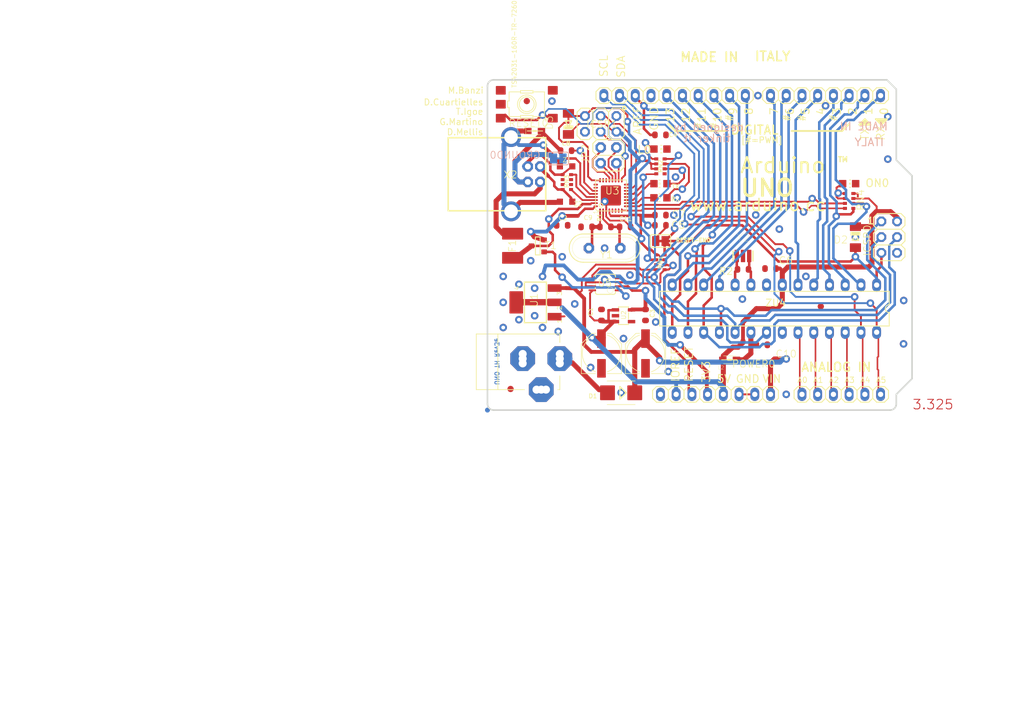
<source format=kicad_pcb>
(kicad_pcb (version 20241229) (generator "pcbnew") (generator_version "9.0")
  (layers (0 "F.Cu" signal) (2 "B.Cu" signal) (13 "F.Paste" user) (15 "B.Paste" user) (5 "F.SilkS" user "F.Silkscreen") (7 "B.SilkS" user "B.Silkscreen") (1 "F.Mask" user) (3 "B.Mask" user) (25 "Edge.Cuts" user))
  (net 0 "")
  (net 1 "+5V")
  (net 2 "GND")
  (net 3 "AREF")
  (net 4 "RESET")
  (net 5 "VIN")
  (net 6 "M8RXD")
  (net 7 "M8TXD")
  (net 8 "SCK")
  (net 9 "N$3")
  (net 10 "N$35")
  (net 11 "N$36")
  (net 12 "PWRIN")
  (net 13 "D-")
  (net 14 "D+")
  (net 15 "+3V3")
  (net 16 "MISO")
  (net 17 "MOSI")
  (net 18 "SS")
  (net 19 "DTR")
  (net 20 "GATE_CMD")
  (net 21 "CMP")
  (net 22 "USBVCC")
  (net 23 "XTAL2")
  (net 24 "XTAL1")
  (net 25 "TP_VUCAP")
  (net 26 "RD-")
  (net 27 "RD+")
  (net 28 "RESET2")
  (net 29 "MISO2")
  (net 30 "MOSI2")
  (net 31 "SCK2")
  (net 32 "USHIELD")
  (net 33 "UGND")
  (net 34 "XUSB")
  (net 35 "XT2")
  (net 36 "XT1")
  (net 37 "RXLED")
  (net 38 "TXLED")
  (net 39 "AD0")
  (net 40 "AD1")
  (net 41 "AD2")
  (net 42 "AD3")
  (net 43 "AD4/SDA")
  (net 44 "AD5/SCL")
  (net 45 "IO2")
  (net 46 "IO1")
  (net 47 "IO0")
  (net 48 "IO3")
  (net 49 "IO4")
  (net 50 "IO5")
  (net 51 "IO6")
  (net 52 "IO7")
  (net 53 "IO8")
  (net 54 "IO9")
  (net 55 "5-GND")
  (net 56 "N$1")
  (net 57 "PB4")
  (net 58 "PB5")
  (net 59 "PB6")
  (net 60 "PB7")
  (net 61 "L13")
  (net 62 "AVCC")
  (footprint "UNO-TH_Rev3e:POWERSUPPLY_DC-21MM" (layer "F.Cu") (at 119.5451 123.2916 90)
    (property "Reference" "X1" (hide yes))
    (property "Value" "POWERSUPPLY_DC21MMX")
  )
  (footprint "UNO-TH_Rev3e:TP-SP" (layer "F.Cu") (at 138.0871 80.8736)
    (property "Reference" "TP_AREF0" (hide yes))
    (property "Value" "TP_SP" (hide yes))
  )
  (footprint "UNO-TH_Rev3e:dummyfp2" (layer "F.Cu") (at 129.4511 80.8736)
    (property "Reference" "UNK_HOLE_2" (hide yes))
    (property "Value" "")
  )
  (footprint "UNO-TH_Rev3e:TP-SP" (layer "F.Cu") (at 129.1971 89.7636)
    (property "Reference" "TP_VUCAP0" (hide yes))
    (property "Value" "TP_SP" (hide yes))
  )
  (footprint "UNO-TH_Rev3e:TP-SP" (layer "F.Cu") (at 157.3911 129.1336)
    (property "Reference" "GND_TP0" (hide yes))
    (property "Value" "TP_SP" (hide yes))
  )
  (footprint "UNO-TH_Rev3e:TP-SP" (layer "F.Cu") (at 177.7111 80.8736)
    (property "Reference" "TP_0" (hide yes))
    (property "Value" "TP_SP" (hide yes))
  )
  (footprint "UNO-TH_Rev3e:TP-SP" (layer "F.Cu") (at 140.6271 80.8736)
    (property "Reference" "GND_TP1" (hide yes))
    (property "Value" "TP_SP" (hide yes))
  )
  (footprint "UNO-TH_Rev3e:C0603-ROUND" (layer "F.Cu") (at 142.1511 101.8286)
    (property "Reference" "C5")
    (property "Value" "100n")
  )
  (footprint "UNO-TH_Rev3e:PANASONIC_D" (layer "F.Cu") (at 139.7381 122.5296 90)
    (property "Reference" "PC1" (hide yes))
    (property "Value" "47u")
  )
  (footprint "UNO-TH_Rev3e:TP-SP" (layer "F.Cu") (at 132.4991 91.7956)
    (property "Reference" "TP_PB6" (hide yes))
    (property "Value" "TP_SP" (hide yes))
  )
  (footprint "UNO-TH_Rev3e:TP-SP" (layer "F.Cu") (at 135.0391 84.1756)
    (property "Reference" "TP_MISO2" (hide yes))
    (property "Value" "TP_SP" (hide yes))
  )
  (footprint "UNO-TH_Rev3e:CHIP-LED0805" (layer "F.Cu") (at 172.6311 95.0976 -90)
    (property "Reference" "ON0")
    (property "Value" "GREEN")
  )
  (footprint "UNO-TH_Rev3e:FRAME" (layer "F.Cu") (at 114.2111 131.6736)
    (property "Reference" "FRAME1" (hide yes))
    (property "Value" "DNP" (hide yes))
  )
  (footprint "UNO-TH_Rev3e:C0603-ROUND" (layer "F.Cu") (at 142.1511 100.1776)
    (property "Reference" "C7")
    (property "Value" "100n")
  )
  (footprint "UNO-TH_Rev3e:TP-SP" (layer "F.Cu") (at 145.5801 92.9386)
    (property "Reference" "TP_TXL0" (hide yes))
    (property "Value" "TP_SP" (hide yes))
  )
  (footprint "UNO-TH_Rev3e:MINIMELF" (layer "F.Cu") (at 173.6471 103.7336 -90)
    (property "Reference" "D2")
    (property "Value" "CD1206-S01575")
  )
  (footprint "UNO-TH_Rev3e:TP-SP" (layer "F.Cu") (at 120.1801 94.8436)
    (property "Reference" "TP_UGND0" (hide yes))
    (property "Value" "TP_SP" (hide yes))
  )
  (footprint "UNO-TH_Rev3e:0805" (layer "F.Cu") (at 153.3271 123.5456)
    (property "Reference" "L2")
    (property "Value" "10uH")
  )
  (footprint "UNO-TH_Rev3e:TP-SP" (layer "F.Cu") (at 167.5511 129.1336)
    (property "Reference" "TP_A1" (hide yes))
    (property "Value" "TP_SP" (hide yes))
  )
  (footprint "UNO-TH_Rev3e:C0603-ROUND" (layer "F.Cu") (at 159.9311 108.8136)
    (property "Reference" "C6")
    (property "Value" "100n")
  )
  (footprint "UNO-TH_Rev3e:TP-SP" (layer "F.Cu") (at 144.1831 108.3056)
    (property "Reference" "TP_CMP0" (hide yes))
    (property "Value" "TP_SP" (hide yes))
  )
  (footprint "UNO-TH_Rev3e:TP-SP" (layer "F.Cu") (at 143.1671 80.8736)
    (property "Reference" "TP_13" (hide yes))
    (property "Value" "TP_SP" (hide yes))
  )
  (footprint "UNO-TH_Rev3e:CT_CN0603" (layer "F.Cu") (at 126.9111 98.0186 180)
    (property "Reference" "Z2")
    (property "Value" "CG0603MLC-05E")
  )
  (footprint "UNO-TH_Rev3e:TP-SP" (layer "F.Cu") (at 140.1191 101.8286)
    (property "Reference" "TP_DTR0" (hide yes))
    (property "Value" "TP_SP" (hide yes))
  )
  (footprint "UNO-TH_Rev3e:TP-SP" (layer "F.Cu") (at 133.1341 110.5916)
    (property "Reference" "TP_LCMD0" (hide yes))
    (property "Value" "TP_SP" (hide yes))
  )
  (footprint "UNO-TH_Rev3e:TP-SP" (layer "F.Cu") (at 172.6311 129.1336)
    (property "Reference" "TP_A3" (hide yes))
    (property "Value" "TP_SP" (hide yes))
  )
  (footprint "UNO-TH_Rev3e:TP-SP" (layer "F.Cu") (at 135.6741 105.5116)
    (property "Reference" "TP_XT4" (hide yes))
    (property "Value" "TP_SP" (hide yes))
  )
  (footprint "UNO-TH_Rev3e:FIDUCIA-MOUNT" (layer "F.Cu") (at 117.9411 128.2636)
    (property "Reference" "FD3" (hide yes))
    (property "Value" "FIDUCIALMOUNT" (hide yes))
  )
  (footprint "UNO-TH_Rev3e:TP-SP" (layer "F.Cu") (at 135.0391 91.7956)
    (property "Reference" "TP_PB4" (hide yes))
    (property "Value" "TP_SP" (hide yes))
  )
  (footprint "UNO-TH_Rev3e:TP-SP" (layer "F.Cu") (at 177.7111 129.1336)
    (property "Reference" "TP_A5" (hide yes))
    (property "Value" "TP_SP" (hide yes))
  )
  (footprint "UNO-TH_Rev3e:TP-SP" (layer "F.Cu") (at 159.9311 80.8736)
    (property "Reference" "TP_7" (hide yes))
    (property "Value" "TP_SP" (hide yes))
  )
  (footprint "UNO-TH_Rev3e:TP-SP" (layer "F.Cu") (at 175.1711 129.1336)
    (property "Reference" "TP_A4" (hide yes))
    (property "Value" "TP_SP" (hide yes))
  )
  (footprint "UNO-TH_Rev3e:L1812" (layer "F.Cu") (at 118.2751 105.1306 90)
    (property "Reference" "F1")
    (property "Value" "MF-MSMF050-2 500mA")
  )
  (footprint "UNO-TH_Rev3e:SMB" (layer "F.Cu") (at 135.8011 128.8796 180)
    (property "Reference" "D1")
    (property "Value" "M7")
  )
  (footprint "UNO-TH_Rev3e:0805" (layer "F.Cu") (at 121.8311 86.5886 180)
    (property "Reference" "L1")
    (property "Value" "BLM21")
  )
  (footprint "UNO-TH_Rev3e:TP-SP" (layer "F.Cu") (at 129.9591 84.1756)
    (property "Reference" "TP_RESET2" (hide yes))
    (property "Value" "TP_SP" (hide yes))
  )
  (footprint "UNO-TH_Rev3e:TP-SP" (layer "F.Cu") (at 132.4991 89.2556)
    (property "Reference" "TP_PB7" (hide yes))
    (property "Value" "TP_SP" (hide yes))
  )
  (footprint "UNO-TH_Rev3e:TP-SP" (layer "F.Cu") (at 114.2111 131.6736)
    (property "Reference" "ORIGIN0" (hide yes))
    (property "Value" "TP_SP" (hide yes))
  )
  (footprint "UNO-TH_Rev3e:1X06" (layer "F.Cu") (at 171.3611 129.1336)
    (property "Reference" "AD0" (hide yes))
    (property "Value" "6x1F-H8.5")
  )
  (footprint "UNO-TH_Rev3e:TP-SP" (layer "F.Cu") (at 165.0111 129.1336)
    (property "Reference" "TP_A0" (hide yes))
    (property "Value" "TP_SP" (hide yes))
  )
  (footprint "UNO-TH_Rev3e:TP-SP" (layer "F.Cu") (at 133.0071 80.8736)
    (property "Reference" "TP_SCL0" (hide yes))
    (property "Value" "TP_SP" (hide yes))
  )
  (footprint "UNO-TH_Rev3e:TP-SP" (layer "F.Cu") (at 170.0911 129.1336)
    (property "Reference" "TP_A2" (hide yes))
    (property "Value" "TP_SP" (hide yes))
  )
  (footprint "UNO-TH_Rev3e:TP-SP" (layer "F.Cu") (at 122.7201 92.3036)
    (property "Reference" "TP_D-0" (hide yes))
    (property "Value" "TP_SP" (hide yes))
  )
  (footprint "UNO-TH_Rev3e:dummyfp1" (layer "F.Cu") (at 180.2511 124.0536)
    (property "Reference" "UNK_HOLE_1" (hide yes))
    (property "Value" "")
  )
  (footprint "UNO-TH_Rev3e:2X03" (layer "F.Cu") (at 179.1081 103.7336 -90)
    (property "Reference" "ICSP0")
    (property "Value" "3x2 M")
  )
  (footprint "UNO-TH_Rev3e:TP-SP" (layer "F.Cu") (at 154.2161 111.4806)
    (property "Reference" "TP_XT2" (hide yes))
    (property "Value" "TP_SP" (hide yes))
  )
  (footprint "UNO-TH_Rev3e:C0603-ROUND" (layer "F.Cu") (at 139.7381 116.3066 90)
    (property "Reference" "C3")
    (property "Value" "1u")
  )
  (footprint "UNO-TH_Rev3e:QS" (layer "F.Cu") (at 133.1341 105.5116 180)
    (property "Reference" "Y1")
    (property "Value" "16MHz")
  )
  (footprint "UNO-TH_Rev3e:TP-SP" (layer "F.Cu") (at 175.1711 80.8736)
    (property "Reference" "TP_1" (hide yes))
    (property "Value" "TP_SP" (hide yes))
  )
  (footprint "UNO-TH_Rev3e:CAY16" (layer "F.Cu") (at 142.1511 107.7976 90)
    (property "Reference" "RN1")
    (property "Value" "10K")
  )
  (footprint "UNO-TH_Rev3e:C0603-ROUND" (layer "F.Cu") (at 132.6261 116.3066 -90)
    (property "Reference" "C1")
    (property "Value" "100n")
  )
  (footprint "UNO-TH_Rev3e:TP-SP" (layer "F.Cu") (at 148.2471 80.8736)
    (property "Reference" "TP_11" (hide yes))
    (property "Value" "TP_SP" (hide yes))
  )
  (footprint "UNO-TH_Rev3e:TP-SP" (layer "F.Cu") (at 123.2281 88.8746)
    (property "Reference" "TP_USH0" (hide yes))
    (property "Value" "TP_SP" (hide yes))
  )
  (footprint "UNO-TH_Rev3e:SJ" (layer "F.Cu") (at 142.1511 104.3686)
    (property "Reference" "RESET-EN0")
    (property "Value" "")
  )
  (footprint "UNO-TH_Rev3e:1X10" (layer "F.Cu") (at 144.4371 80.8736 180)
    (property "Reference" "IOH0" (hide yes))
    (property "Value" "10x1F-H8.5")
  )
  (footprint "UNO-TH_Rev3e:C0603-ROUND" (layer "F.Cu") (at 126.9111 89.7636 180)
    (property "Reference" "C8")
    (property "Value" "1u")
  )
  (footprint "UNO-TH_Rev3e:RESONATOR" (layer "F.Cu") (at 155.4861 106.7816)
    (property "Reference" "Y2")
    (property "Value" "CSTCE16M0V53-R0 16MHZ")
  )
  (footprint "UNO-TH_Rev3e:TP-SP" (layer "F.Cu") (at 122.7201 94.8436)
    (property "Reference" "TP_XUSB0" (hide yes))
    (property "Value" "TP_SP" (hide yes))
  )
  (footprint "UNO-TH_Rev3e:CHIP-LED0805" (layer "F.Cu") (at 142.1511 95.0976 90)
    (property "Reference" "TX0" (hide yes))
    (property "Value" "YELLOW")
  )
  (footprint "UNO-TH_Rev3e:dummyfp0" (layer "F.Cu") (at 180.2511 96.1136)
    (property "Reference" "UNK_HOLE_0" (hide yes))
    (property "Value" "")
  )
  (footprint "UNO-TH_Rev3e:2X02" (layer "F.Cu") (at 133.7691 90.5256 90)
    (property "Reference" "JP2")
    (property "Value" "2x2 M - NM")
  )
  (footprint "UNO-TH_Rev3e:TP-SP" (layer "F.Cu") (at 135.5471 80.8736)
    (property "Reference" "TP_SDA0" (hide yes))
    (property "Value" "TP_SP" (hide yes))
  )
  (footprint "UNO-TH_Rev3e:PANASONIC_D" (layer "F.Cu") (at 132.6261 122.5296 90)
    (property "Reference" "PC2" (hide yes))
    (property "Value" "47u")
  )
  (footprint "UNO-TH_Rev3e:CAY16" (layer "F.Cu") (at 172.6311 97.8916 90)
    (property "Reference" "RN4")
    (property "Value" "1K")
  )
  (footprint "UNO-TH_Rev3e:1X08" (layer "F.Cu") (at 151.0411 129.1336)
    (property "Reference" "POWER0")
    (property "Value" "8x1F-H8.5")
  )
  (footprint "UNO-TH_Rev3e:2X03" (layer "F.Cu") (at 132.4991 85.4456 180)
    (property "Reference" "ICSP1")
    (property "Value" "3x2 M")
  )
  (footprint "UNO-TH_Rev3e:TP-SP" (layer "F.Cu") (at 180.3781 101.1936)
    (property "Reference" "TP_5V1" (hide yes))
    (property "Value" "TP_SP" (hide yes))
  )
  (footprint "UNO-TH_Rev3e:TP-SP" (layer "F.Cu") (at 124.1171 100.8126)
    (property "Reference" "TP_USBVCC0" (hide yes))
    (property "Value" "TP_SP" (hide yes))
  )
  (footprint "UNO-TH_Rev3e:SOT-23" (layer "F.Cu") (at 122.3391 105.1306 -90)
    (property "Reference" "T1")
    (property "Value" "FDN340P")
  )
  (footprint "UNO-TH_Rev3e:DIL28-3" (layer "F.Cu") (at 160.5661 115.2906 180)
    (property "Reference" "ZU4")
    (property "Value" "ATMEGA328P-PU")
  )
  (footprint "UNO-TH_Rev3e:TP-SP" (layer "F.Cu") (at 155.8671 80.8736)
    (property "Reference" "TP_8" (hide yes))
    (property "Value" "TP_SP" (hide yes))
  )
  (footprint "UNO-TH_Rev3e:1X08" (layer "F.Cu") (at 168.8211 80.8736 180)
    (property "Reference" "IOL0" (hide yes))
    (property "Value" "8x1F-H8.5")
  )
  (footprint "UNO-TH_Rev3e:MLF32" (layer "F.Cu") (at 134.1501 97.0026 90)
    (property "Reference" "U3")
    (property "Value" "ATMEGA16U2-MU(R)" (hide yes))
  )
  (footprint "UNO-TH_Rev3e:TP-SP" (layer "F.Cu") (at 139.7381 88.4936)
    (property "Reference" "TP_LL0" (hide yes))
    (property "Value" "TP_SP" (hide yes))
  )
  (footprint "UNO-TH_Rev3e:CHIP-LED0805" (layer "F.Cu") (at 142.1511 89.5096 -90)
    (property "Reference" "L0")
    (property "Value" "YELLOW")
  )
  (footprint "UNO-TH_Rev3e:TP-SP" (layer "F.Cu") (at 149.7711 129.1336)
    (property "Reference" "TP_3V3" (hide yes))
    (property "Value" "TP_SP" (hide yes))
  )
  (footprint "UNO-TH_Rev3e:TP-SP" (layer "F.Cu") (at 135.0391 89.2556)
    (property "Reference" "TP_PB5" (hide yes))
    (property "Value" "TP_SP" (hide yes))
  )
  (footprint "UNO-TH_Rev3e:TP-SP" (layer "F.Cu") (at 153.3271 80.8736)
    (property "Reference" "TP_9" (hide yes))
    (property "Value" "TP_SP" (hide yes))
  )
  (footprint "UNO-TH_Rev3e:CHIP-LED0805" (layer "F.Cu") (at 142.1511 97.3836 90)
    (property "Reference" "RX0" (hide yes))
    (property "Value" "YELLOW")
  )
  (footprint "UNO-TH_Rev3e:TP-SP" (layer "F.Cu") (at 152.3111 129.1336)
    (property "Reference" "TP_5V0" (hide yes))
    (property "Value" "TP_SP" (hide yes))
  )
  (footprint "UNO-TH_Rev3e:TP-SP" (layer "F.Cu") (at 145.5801 95.9866)
    (property "Reference" "TP_RXL0" (hide yes))
    (property "Value" "TP_SP" (hide yes))
  )
  (footprint "UNO-TH_Rev3e:TP-SP" (layer "F.Cu") (at 156.7561 111.4806)
    (property "Reference" "TP_XT1" (hide yes))
    (property "Value" "TP_SP" (hide yes))
  )
  (footprint "UNO-TH_Rev3e:TP-SP" (layer "F.Cu") (at 120.1801 92.3036)
    (property "Reference" "TP_D+0" (hide yes))
    (property "Value" "TP_SP" (hide yes))
  )
  (footprint "UNO-TH_Rev3e:FIDUCIA-MOUNT" (layer "F.Cu") (at 168.0511 114.9326)
    (property "Reference" "FD2" (hide yes))
    (property "Value" "FIDUCIALMOUNT" (hide yes))
  )
  (footprint "UNO-TH_Rev3e:TP-SP" (layer "F.Cu") (at 162.4711 80.8736)
    (property "Reference" "TP_6" (hide yes))
    (property "Value" "TP_SP" (hide yes))
  )
  (footprint "UNO-TH_Rev3e:PN61729" (layer "F.Cu") (at 118.0211 93.5736 -90)
    (property "Reference" "X2")
    (property "Value" "USB-B_TH")
  )
  (footprint "UNO-TH_Rev3e:MSOP08" (layer "F.Cu") (at 133.2611 111.3536 90)
    (property "Reference" "U5")
    (property "Value" "LMV358IDGKR")
  )
  (footprint "UNO-TH_Rev3e:TP-SP" (layer "F.Cu") (at 132.4991 86.7156)
    (property "Reference" "TP_MOSI2" (hide yes))
    (property "Value" "TP_SP" (hide yes))
  )
  (footprint "UNO-TH_Rev3e:TP-SP" (layer "F.Cu") (at 147.2311 129.1336)
    (property "Reference" "TP_RESET0" (hide yes))
    (property "Value" "TP_SP" (hide yes))
  )
  (footprint "UNO-TH_Rev3e:FIDUCIA-MOUNT" (layer "F.Cu") (at 120.5611 81.7626)
    (property "Reference" "FD1" (hide yes))
    (property "Value" "FIDUCIALMOUNT" (hide yes))
  )
  (footprint "UNO-TH_Rev3e:TP-SP" (layer "F.Cu") (at 126.2761 110.2106)
    (property "Reference" "TP_GATE0" (hide yes))
    (property "Value" "TP_SP" (hide yes))
  )
  (footprint "UNO-TH_Rev3e:C0603-ROUND" (layer "F.Cu") (at 130.2131 102.0826 180)
    (property "Reference" "C9")
    (property "Value" "22p")
  )
  (footprint "UNO-TH_Rev3e:TP-SP" (layer "F.Cu") (at 172.6311 80.8736)
    (property "Reference" "TP_2" (hide yes))
    (property "Value" "TP_SP" (hide yes))
  )
  (footprint "UNO-TH_Rev3e:TS42" (layer "F.Cu") (at 120.5611 82.2706)
    (property "Reference" "RESET0")
    (property "Value" "TS42031-160R-TR-7260")
  )
  (footprint "UNO-TH_Rev3e:TP-SP" (layer "F.Cu") (at 167.5511 80.8736)
    (property "Reference" "TP_4" (hide yes))
    (property "Value" "TP_SP" (hide yes))
  )
  (footprint "UNO-TH_Rev3e:TP-SP" (layer "F.Cu") (at 150.7871 80.8736)
    (property "Reference" "TP_10" (hide yes))
    (property "Value" "TP_SP" (hide yes))
  )
  (footprint "UNO-TH_Rev3e:TP-SP" (layer "F.Cu") (at 165.0111 80.8736)
    (property "Reference" "TP_5" (hide yes))
    (property "Value" "TP_SP" (hide yes))
  )
  (footprint "UNO-TH_Rev3e:CAY16" (layer "F.Cu") (at 142.1511 92.3036 -90)
    (property "Reference" "RN2")
    (property "Value" "1K")
  )
  (footprint "UNO-TH_Rev3e:TP-SP" (layer "F.Cu") (at 165.2651 99.6696)
    (property "Reference" "TP_TX0" (hide yes))
    (property "Value" "TP_SP" (hide yes))
  )
  (footprint "UNO-TH_Rev3e:R0603-ROUND" (layer "F.Cu") (at 155.4861 108.9406 180)
    (property "Reference" "R2")
    (property "Value" "1M")
  )
  (footprint "UNO-TH_Rev3e:C0603-ROUND" (layer "F.Cu") (at 136.4361 102.0826)
    (property "Reference" "C11")
    (property "Value" "22p")
  )
  (footprint "UNO-TH_Rev3e:C0603-ROUND" (layer "F.Cu") (at 126.2761 101.8286 180)
    (property "Reference" "C2")
    (property "Value" "100n")
  )
  (footprint "UNO-TH_Rev3e:MINIMELF" (layer "F.Cu") (at 127.2921 85.4456 90)
    (property "Reference" "D3")
    (property "Value" "CD1206-S01575")
  )
  (footprint "UNO-TH_Rev3e:TP-SP" (layer "F.Cu") (at 127.4191 123.4186)
    (property "Reference" "TP_PWRIN0" (hide yes))
    (property "Value" "TP_SP" (hide yes))
  )
  (footprint "UNO-TH_Rev3e:dummyfp3" (layer "F.Cu") (at 128.1811 129.1336)
    (property "Reference" "UNK_HOLE_3" (hide yes))
    (property "Value" "")
  )
  (footprint "UNO-TH_Rev3e:C0603-ROUND" (layer "F.Cu") (at 158.5341 121.1326 180)
    (property "Reference" "C10")
    (property "Value" "100n")
  )
  (footprint "UNO-TH_Rev3e:TP-SP" (layer "F.Cu") (at 170.0911 80.8736)
    (property "Reference" "TP_3" (hide yes))
    (property "Value" "TP_SP" (hide yes))
  )
  (footprint "UNO-TH_Rev3e:TP-SP" (layer "F.Cu") (at 159.9311 129.1336)
    (property "Reference" "TP_VIN0" (hide yes))
    (property "Value" "TP_SP" (hide yes))
  )
  (footprint "UNO-TH_Rev3e:TP-SP" (layer "F.Cu") (at 170.8531 96.6216)
    (property "Reference" "TP_ONL0" (hide yes))
    (property "Value" "TP_SP" (hide yes))
  )
  (footprint "UNO-TH_Rev3e:CT_CN0603" (layer "F.Cu") (at 126.9111 92.3036 180)
    (property "Reference" "Z1")
    (property "Value" "CG0603MLC-05E")
  )
  (footprint "UNO-TH_Rev3e:TP-SP" (layer "F.Cu") (at 166.6621 97.5106)
    (property "Reference" "TP_RX0" (hide yes))
    (property "Value" "TP_SP" (hide yes))
  )
  (footprint "UNO-TH_Rev3e:TP-SP" (layer "F.Cu") (at 130.5941 105.5116)
    (property "Reference" "TP_XT3" (hide yes))
    (property "Value" "TP_SP" (hide yes))
  )
  (footprint "UNO-TH_Rev3e:TP-SP" (layer "F.Cu") (at 145.7071 80.8736)
    (property "Reference" "TP_12" (hide yes))
    (property "Value" "TP_SP" (hide yes))
  )
  (footprint "UNO-TH_Rev3e:TP-SP" (layer "F.Cu") (at 132.4991 84.1756)
    (property "Reference" "TP_SCK2" (hide yes))
    (property "Value" "TP_SP" (hide yes))
  )
  (footprint "UNO-TH_Rev3e:SOT23-DBV" (layer "F.Cu") (at 136.1821 116.4336 -90)
    (property "Reference" "U2")
    (property "Value" "LP2985-33DBVR")
  )
  (footprint "UNO-TH_Rev3e:C0603-ROUND" (layer "F.Cu") (at 142.1511 87.2236 180)
    (property "Reference" "C4")
    (property "Value" "100n")
  )
  (footprint "UNO-TH_Rev3e:SOT223" (layer "F.Cu") (at 121.9581 114.2746 90)
    (property "Reference" "U1")
    (property "Value" "NCP1117ST50T3G")
  )
  (footprint "UNO-TH_Rev3e:R0603-ROUND" (layer "F.Cu") (at 133.2611 102.0826)
    (property "Reference" "R1")
    (property "Value" "1M")
  )
  (footprint "UNO-TH_Rev3e:CAY16" (layer "F.Cu") (at 127.0381 94.8436 90)
    (property "Reference" "RN3")
    (property "Value" "22R")
  )
  (footprint "UNO-TH_Rev3e:SJ" (layer "B.Cu") (at 125.6411 91.0336 180)
    (property "Reference" "GROUND0")
    (property "Value" "")
  )
  (gr_line (start 177.8381 85.5726) (end 178.7271 84.6836) (stroke (width 0.3048)) (layer "F.SilkS"))
  (gr_line (start 172.6311 85.4456) (end 171.4881 86.5886) (stroke (width 0.3048)) (layer "F.SilkS"))
  (gr_line (start 176.0601 85.5726) (end 175.1711 84.6836) (stroke (width 0.3048)) (layer "F.SilkS"))
  (gr_line (start 178.7271 84.6836) (end 176.9491 84.6836) (stroke (width 0.3048)) (layer "F.SilkS"))
  (gr_line (start 144.5641 86.5886) (end 143.4211 85.4456) (stroke (width 0.3048)) (layer "F.SilkS"))
  (gr_line (start 174.2821 85.5726) (end 176.0601 85.5726) (stroke (width 0.3048)) (layer "F.SilkS"))
  (gr_line (start 175.1711 84.6836) (end 174.2821 85.5726) (stroke (width 0.3048)) (layer "F.SilkS"))
  (gr_line (start 178.3461 84.8106) (end 177.8381 85.3186) (stroke (width 0.3048)) (layer "F.SilkS"))
  (gr_line (start 176.9491 84.6836) (end 177.8381 85.5726) (stroke (width 0.3048)) (layer "F.SilkS"))
  (gr_line (start 175.1711 84.9376) (end 175.6791 85.4456) (stroke (width 0.3048)) (layer "F.SilkS"))
  (gr_circle (center 136.3091 82.9056) (end 136.5631 82.9056) (stroke (width 0.254)) (fill no) (layer "F.SilkS"))
  (gr_line (start 171.4881 86.5886) (end 163.3601 86.5886) (stroke (width 0.3048)) (layer "F.SilkS"))
  (gr_line (start 174.6631 85.4456) (end 175.1711 84.9376) (stroke (width 0.3048)) (layer "F.SilkS"))
  (gr_line (start 175.6791 85.4456) (end 174.9171 85.4456) (stroke (width 0.3048)) (layer "F.SilkS"))
  (gr_line (start 177.3301 84.8106) (end 178.3461 84.8106) (stroke (width 0.3048)) (layer "F.SilkS"))
  (gr_line (start 177.8381 85.0646) (end 177.8381 85.1916) (stroke (width 0.3048)) (layer "F.SilkS"))
  (gr_line (start 152.6921 86.5886) (end 144.5641 86.5886) (stroke (width 0.3048)) (layer "F.SilkS"))
  (gr_line (start 177.8381 85.3186) (end 177.4571 84.9376) (stroke (width 0.3048)) (layer "F.SilkS"))
  (gr_line (start 177.4571 84.9376) (end 177.9651 84.9376) (stroke (width 0.3048)) (layer "F.SilkS"))
  (gr_line (start 174.9171 85.4456) (end 175.2981 85.1916) (stroke (width 0.3048)) (layer "F.SilkS"))
  (gr_line (start 178.7271 78.3336) (end 180.2511 79.8576) (stroke (width 0.254)) (layer "Edge.Cuts"))
  (gr_line (start 179.2511 131.6736) (end 115.2111 131.6736) (stroke (width 0.254)) (layer "Edge.Cuts"))
  (gr_line (start 180.2511 79.8576) (end 180.2511 91.2876) (stroke (width 0.254)) (layer "Edge.Cuts"))
  (gr_arc (start 180.2511 130.6736) (mid 179.958207 131.380707) (end 179.2511 131.6736) (stroke (width 0.254)) (layer "Edge.Cuts"))
  (gr_line (start 115.2111 78.3336) (end 178.7271 78.3336) (stroke (width 0.254)) (layer "Edge.Cuts"))
  (gr_arc (start 115.2111 131.6736) (mid 114.503993 131.380707) (end 114.2111 130.6736) (stroke (width 0.254)) (layer "Edge.Cuts"))
  (gr_line (start 114.2111 130.6736) (end 114.2111 79.3336) (stroke (width 0.254)) (layer "Edge.Cuts"))
  (gr_line (start 182.7911 93.8276) (end 182.7911 126.5936) (stroke (width 0.254)) (layer "Edge.Cuts"))
  (gr_line (start 180.2511 91.2876) (end 182.7911 93.8276) (stroke (width 0.254)) (layer "Edge.Cuts"))
  (gr_line (start 180.2511 129.1336) (end 180.2511 130.6736) (stroke (width 0.254)) (layer "Edge.Cuts"))
  (gr_line (start 182.7911 126.5936) (end 180.2511 129.1336) (stroke (width 0.254)) (layer "Edge.Cuts"))
  (gr_arc (start 114.2111 79.3336) (mid 114.503993 78.626493) (end 115.2111 78.3336) (stroke (width 0.254)) (layer "Edge.Cuts"))
  (gr_text "3.325" (at 182.7911 131.6736 0) (layer "F.Cu") (effects (font (size 1.542288 1.542288) (thickness 0.134112)) (justify left bottom)))
  (gr_text "UNO TH Rev3e" (at 116.1161 119.9896 -90) (layer "B.Cu") (effects (font (size 0.69088 0.69088) (thickness 0.12192)) (justify right top mirror)))
  (gr_text "TX" (at 175.9287 88.2274 90) (layer "F.SilkS") (effects (font (size 1.28016 1.28016) (thickness 0.14224)) (justify left bottom)))
  (gr_text "RX" (at 178.4731 88.2396 90) (layer "F.SilkS") (effects (font (size 1.28016 1.28016) (thickness 0.14224)) (justify left bottom)))
  (gr_text "DIGITAL" (at 153.3635 87.2594 0) (layer "F.SilkS") (effects (font (size 1.42494 1.42494) (thickness 0.25146)) (justify left bottom)))
  (gr_text "M.Banzi" (at 107.745132 80.626864 0) (layer "F.SilkS") (effects (font (size 1.00584 1.00584) (thickness 0.13716)) (justify left bottom)))
  (gr_text "TX" (at 143.91415 95.952869 0) (layer "F.SilkS") (effects (font (size 0.69088 0.69088) (thickness 0.12192)) (justify left bottom)))
  (gr_text "A4" (at 174.3597 127.3434 0) (layer "F.SilkS") (effects (font (size 0.89408 0.89408) (thickness 0.12192)) (justify left bottom)))
  (gr_text "AREF" (at 139.22495 87.315048 90) (layer "F.SilkS") (effects (font (size 1.28016 1.28016) (thickness 0.14224)) (justify left bottom)))
  (gr_text "#" (at 148.8821 86.3346 90) (layer "F.SilkS") (effects (font (size 0.972312 0.972312) (thickness 0.145288)) (justify left bottom)))
  (gr_text "A0" (at 164.1997 127.3434 0) (layer "F.SilkS") (effects (font (size 0.89408 0.89408) (thickness 0.12192)) (justify left bottom)))
  (gr_text "3" (at 171.392718 84.105429 90) (layer "F.SilkS") (effects (font (size 1.251712 1.251712) (thickness 0.170688)) (justify left bottom)))
  (gr_text "9" (at 154.628718 84.105429 90) (layer "F.SilkS") (effects (font (size 1.251712 1.251712) (thickness 0.170688)) (justify left bottom)))
  (gr_text "RESET" (at 147.4851 127.2286 90) (layer "F.SilkS") (effects (font (size 1.28016 1.28016) (thickness 0.14224)) (justify left bottom)))
  (gr_text "SDA" (at 136.5333 78.0928 90) (layer "F.SilkS") (effects (font (size 1.28016 1.28016) (thickness 0.14224)) (justify left bottom)))
  (gr_text "A5" (at 176.8997 127.3434 0) (layer "F.SilkS") (effects (font (size 0.89408 0.89408) (thickness 0.12192)) (justify left bottom)))
  (gr_text "#" (at 165.5191 85.0646 90) (layer "F.SilkS") (effects (font (size 0.972312 0.972312) (thickness 0.145288)) (justify left bottom)))
  (gr_text "RX" (at 143.8021 98.0186 0) (layer "F.SilkS") (effects (font (size 0.69088 0.69088) (thickness 0.12192)) (justify left bottom)))
  (gr_text "VIN" (at 158.5341 127.3556 0) (layer "F.SilkS") (effects (font (size 1.251712 1.251712) (thickness 0.170688)) (justify left bottom)))
  (gr_text "A3" (at 171.8197 127.3434 0) (layer "F.SilkS") (effects (font (size 0.89408 0.89408) (thickness 0.12192)) (justify left bottom)))
  (gr_text "1" (at 176.472718 84.105429 90) (layer "F.SilkS") (effects (font (size 1.251712 1.251712) (thickness 0.170688)) (justify left bottom)))
  (gr_text "GND" (at 141.88115 86.608928 90) (layer "F.SilkS") (effects (font (size 1.28016 1.28016) (thickness 0.14224)) (justify left bottom)))
  (gr_text "#" (at 163.1061 85.0646 90) (layer "F.SilkS") (effects (font (size 0.972312 0.972312) (thickness 0.145288)) (justify left bottom)))
  (gr_text "T.Igoe" (at 109.010051 84.055864 0) (layer "F.SilkS") (effects (font (size 1.00584 1.00584) (thickness 0.13716)) (justify left bottom)))
  (gr_text "SCL" (at 133.7393 77.9658 90) (layer "F.SilkS") (effects (font (size 1.28016 1.28016) (thickness 0.14224)) (justify left bottom)))
  (gr_text "12" (at 147.008718 85.297536 90) (layer "F.SilkS") (effects (font (size 1.251712 1.251712) (thickness 0.170688)) (justify left bottom)))
  (gr_text "D.Mellis" (at 107.573137 87.357864 0) (layer "F.SilkS") (effects (font (size 1.00584 1.00584) (thickness 0.13716)) (justify left bottom)))
  (gr_text "5V" (at 151.1681 127.3556 0) (layer "F.SilkS") (effects (font (size 1.251712 1.251712) (thickness 0.170688)) (justify left bottom)))
  (gr_text "MADE IN" (at 145.1991 75.5396 0) (layer "F.SilkS") (effects (font (size 1.5113 1.5113) (thickness 0.2667)) (justify left bottom)))
  (gr_text "TM" (at 170.7261 91.6686 0) (layer "F.SilkS") (effects (font (size 0.8128 0.8128) (thickness 0.2032)) (justify left bottom)))
  (gr_text "10" (at 152.088718 85.297536 90) (layer "F.SilkS") (effects (font (size 1.251712 1.251712) (thickness 0.170688)) (justify left bottom)))
  (gr_text "ANALOG IN" (at 164.7571 125.5776 0) (layer "F.SilkS") (effects (font (size 1.42494 1.42494) (thickness 0.25146)) (justify left bottom)))
  (gr_text "5" (at 166.312718 84.105429 90) (layer "F.SilkS") (effects (font (size 1.251712 1.251712) (thickness 0.170688)) (justify left bottom)))
  (gr_text "IOREF" (at 145.3261 127.2286 90) (layer "F.SilkS") (effects (font (size 1.28016 1.28016) (thickness 0.14224)) (justify left bottom)))
  (gr_text "A1" (at 166.7397 127.3434 0) (layer "F.SilkS") (effects (font (size 0.89408 0.89408) (thickness 0.12192)) (justify left bottom)))
  (gr_text "#" (at 153.8351 85.0646 90) (layer "F.SilkS") (effects (font (size 0.972312 0.972312) (thickness 0.145288)) (justify left bottom)))
  (gr_text "[#=PWM]" (at 155.1051 88.6206 0) (layer "F.SilkS") (effects (font (size 0.972312 0.972312) (thickness 0.145288)) (justify left bottom)))
  (gr_text "G.Martino" (at 106.375708 85.706864 0) (layer "F.SilkS") (effects (font (size 1.00584 1.00584) (thickness 0.13716)) (justify left bottom)))
  (gr_text "www.arduino.cc" (at 146.7231 99.6696 0) (layer "F.SilkS") (effects (font (size 1.922272 1.922272) (thickness 0.262128)) (justify left bottom)))
  (gr_text "6" (at 163.772718 84.105429 90) (layer "F.SilkS") (effects (font (size 1.251712 1.251712) (thickness 0.170688)) (justify left bottom)))
  (gr_text "#" (at 151.4221 86.3346 90) (layer "F.SilkS") (effects (font (size 0.972312 0.972312) (thickness 0.145288)) (justify left bottom)))
  (gr_text "13" (at 144.468718 85.297536 90) (layer "F.SilkS") (effects (font (size 1.251712 1.251712) (thickness 0.170688)) (justify left bottom)))
  (gr_text "0" (at 179.012718 84.105429 90) (layer "F.SilkS") (effects (font (size 1.251712 1.251712) (thickness 0.170688)) (justify left bottom)))
  (gr_text "#" (at 170.5991 85.0646 90) (layer "F.SilkS") (effects (font (size 0.972312 0.972312) (thickness 0.145288)) (justify left bottom)))
  (gr_text "7" (at 161.232718 84.105429 90) (layer "F.SilkS") (effects (font (size 1.251712 1.251712) (thickness 0.170688)) (justify left bottom)))
  (gr_text "A2" (at 169.2797 127.3434 0) (layer "F.SilkS") (effects (font (size 0.89408 0.89408) (thickness 0.12192)) (justify left bottom)))
  (gr_text "4" (at 168.852718 84.105429 90) (layer "F.SilkS") (effects (font (size 1.251712 1.251712) (thickness 0.170688)) (justify left bottom)))
  (gr_text "11" (at 149.548718 85.297536 90) (layer "F.SilkS") (effects (font (size 1.251712 1.251712) (thickness 0.170688)) (justify left bottom)))
  (gr_text "ITALY" (at 157.2641 75.4126 0) (layer "F.SilkS") (effects (font (size 1.5113 1.5113) (thickness 0.2667)) (justify left bottom)))
  (gr_text "D.Cuartielles" (at 103.837158 82.531864 0) (layer "F.SilkS") (effects (font (size 1.00584 1.00584) (thickness 0.13716)) (justify left bottom)))
  (gr_text "GND" (at 154.2245 127.3688 0) (layer "F.SilkS") (effects (font (size 1.251712 1.251712) (thickness 0.170688)) (justify left bottom)))
  (gr_text "UNO" (at 154.8511 97.3836 0) (layer "F.SilkS") (effects (font (size 2.69875 2.69875) (thickness 0.47625)) (justify left bottom)))
  (gr_text "2" (at 173.932718 84.105429 90) (layer "F.SilkS") (effects (font (size 1.251712 1.251712) (thickness 0.170688)) (justify left bottom)))
  (gr_text "3V3" (at 150.2791 127.3556 90) (layer "F.SilkS") (effects (font (size 1.28016 1.28016) (thickness 0.14224)) (justify left bottom)))
  (gr_text "8" (at 157.168718 84.105429 90) (layer "F.SilkS") (effects (font (size 1.251712 1.251712) (thickness 0.170688)) (justify left bottom)))
  (gr_text "1" (at 175.4575 101.7292 0) (layer "F.SilkS") (effects (font (size 1.0795 1.0795) (thickness 0.1905)) (justify left bottom)))
  (gr_text "Arduino" (at 154.8511 93.5736 0) (layer "F.SilkS") (effects (font (size 2.45872 2.45872) (thickness 0.33528)) (justify left bottom)))
  (gr_text "tinker it" (at 153.5811 88.4936 -0) (layer "B.SilkS") (effects (font (size 1.251712 1.251712) (thickness 0.170688)) (justify left bottom mirror)))
  (gr_text "designed by" (at 155.7401 86.7156 -0) (layer "B.SilkS") (effects (font (size 1.251712 1.251712) (thickness 0.170688)) (justify left bottom mirror)))
  (gr_text "MADE IN" (at 178.9811 86.5886 -0) (layer "B.SilkS") (effects (font (size 1.251712 1.251712) (thickness 0.170688)) (justify left bottom mirror)))
  (gr_text "ITALY" (at 178.3461 89.1286 -0) (layer "B.SilkS") (effects (font (size 1.251712 1.251712) (thickness 0.170688)) (justify left bottom mirror)))
  (segment (start 177.0761 99.6188) (end 177.0761 98.7806) (width 0.3048) (layer "F.Cu") (net 1))
  (segment (start 131.1021 119.9896) (end 132.9941 119.9896) (width 0.6096) (layer "F.Cu") (net 1))
  (segment (start 161.9631 109.3216) (end 162.7251 108.5596) (width 0.8128) (layer "F.Cu") (net 1))
  (segment (start 140.6841 92.7036) (end 141.4761 92.7036) (width 0.3048) (layer "F.Cu") (net 1))
  (segment (start 135.0391 86.7156) (end 134.5311 86.7156) (width 0.254) (layer "F.Cu") (net 1))
  (segment (start 133.7691 117.3836) (end 133.7691 115.5446) (width 0.4064) (layer "F.Cu") (net 1))
  (segment (start 179.3113 99.6188) (end 180.3781 100.5586) (width 0.8128) (layer "F.Cu") (net 1))
  (segment (start 152.3111 122.9106) (end 152.3111 123.3756) (width 0.8128) (layer "F.Cu") (net 1))
  (segment (start 140.6461 91.9036) (end 141.4761 91.9036) (width 0.3048) (layer "F.Cu") (net 1))
  (segment (start 128.8161 100.3046) (end 129.9591 99.1616) (width 0.4064) (layer "F.Cu") (net 1))
  (segment (start 155.4861 120.7516) (end 154.7241 121.5136) (width 0.8128) (layer "F.Cu") (net 1))
  (segment (start 121.7803 103.6828) (end 121.1961 102.8446) (width 0.8128) (layer "F.Cu") (net 1))
  (segment (start 130.7846 116.4971) (end 130.7846 112.7741) (width 0.3048) (layer "F.Cu") (net 1))
  (segment (start 126.2761 100.3046) (end 128.8161 100.3046) (width 0.6096) (layer "F.Cu") (net 1))
  (segment (start 137.0984 100.3046) (end 134.1501 100.3046) (width 0.4064) (layer "F.Cu") (net 1))
  (segment (start 175.7871 97.4916) (end 174.0281 97.4916) (width 0.3048) (layer "F.Cu") (net 1))
  (segment (start 125.3871 101.8286) (end 125.2601 101.9556) (width 0.6096) (layer "F.Cu") (net 1))
  (segment (start 176.3141 102.2096) (end 176.3141 100.3046) (width 0.8128) (layer "F.Cu") (net 1))
  (segment (start 173.9711 96.6916) (end 173.3061 96.6916) (width 0.3048) (layer "F.Cu") (net 1))
  (segment (start 155.4861 120.4976) (end 155.4861 120.7516) (width 0.8128) (layer "F.Cu") (net 1))
  (segment (start 133.7691 115.5446) (end 134.8211 115.5446) (width 0.4064) (layer "F.Cu") (net 1))
  (segment (start 125.2347 114.2492) (end 125.0569 114.2746) (width 0.508) (layer "F.Cu") (net 1))
  (segment (start 134.8821 117.3836) (end 133.7691 117.3836) (width 0.6096) (layer "F.Cu") (net 1))
  (segment (start 141.8655 106.5976) (end 142.4369 107.3976) (width 0.254) (layer "F.Cu") (net 1))
  (segment (start 138.9761 100.2909) (end 141.1488 100.2909) (width 0.6096) (layer "F.Cu") (net 1))
  (segment (start 152.3111 123.6296) (end 152.2271 123.5456) (width 0.8128) (layer "F.Cu") (net 1))
  (segment (start 176.9999 99.6188) (end 177.0761 99.6188) (width 0.8128) (layer "F.Cu") (net 1))
  (segment (start 161.8361 109.4486) (end 161.9631 109.3216) (width 0.8128) (layer "F.Cu") (net 1))
  (segment (start 152.3111 129.1336) (end 152.3111 123.6296) (width 0.8128) (layer "F.Cu") (net 1))
  (segment (start 120.0785 114.2492) (end 125.2347 114.2492) (width 1.016) (layer "F.Cu") (net 1))
  (segment (start 138.8491 100.1639) (end 137.2391 100.1639) (width 0.4064) (layer "F.Cu") (net 1))
  (segment (start 128.9921 85.4456) (end 127.2921 87.1456) (width 0.254) (layer "F.Cu") (net 1))
  (segment (start 134.1501 100.3046) (end 133.9001 99.9276) (width 0.2794) (layer "F.Cu") (net 1))
  (segment (start 161.8361 111.4806) (end 161.8361 114.4016) (width 0.8128) (layer "F.Cu") (net 1))
  (segment (start 132.9941 119.9896) (end 132.6261 120.1296) (width 0.6096) (layer "F.Cu") (net 1))
  (segment (start 177.0761 99.6188) (end 179.3113 99.6188) (width 0.8128) (layer "F.Cu") (net 1))
  (segment (start 131.2291 99.1616) (end 131.6381 98.7526) (width 0.3048) (layer "F.Cu") (net 1))
  (segment (start 176.1381 102.0336) (end 173.6471 102.0336) (width 0.8128) (layer "F.Cu") (net 1))
  (segment (start 138.9761 103.4796) (end 138.9761 100.2909) (width 0.4064) (layer "F.Cu") (net 1))
  (segment (start 132.6261 117.1956) (end 131.4831 117.1956) (width 0.3048) (layer "F.Cu") (net 1))
  (segment (start 120.0531 114.2746) (end 120.0785 114.2492) (width 1.016) (layer "F.Cu") (net 1))
  (segment (start 140.1681 105.7656) (end 140.6441 105.7656) (width 0.4064) (layer "F.Cu") (net 1))
  (segment (start 176.3141 102.2096) (end 176.1381 102.0336) (width 0.8128) (layer "F.Cu") (net 1))
  (segment (start 139.2301 91.0336) (end 139.7381 91.4146) (width 0.4064) (layer "F.Cu") (net 1))
  (segment (start 180.3781 101.1936) (end 180.3781 101.2306) (width 0.8128) (layer "F.Cu") (net 1))
  (segment (start 129.9591 99.1616) (end 131.2291 99.1616) (width 0.4064) (layer "F.Cu") (net 1))
  (segment (start 176.3141 100.3046) (end 176.9999 99.6188) (width 0.8128) (layer "F.Cu") (net 1))
  (segment (start 157.6451 115.2906) (end 155.4861 117.4496) (width 0.8128) (layer "F.Cu") (net 1))
  (segment (start 142.4369 107.3976) (end 142.8261 107.3976) (width 0.254) (layer "F.Cu") (net 1))
  (segment (start 131.1891 112.3696) (end 131.1491 112.3296) (width 0.3048) (layer "F.Cu") (net 1))
  (segment (start 140.1381 91.3956) (end 140.6461 91.9036) (width 0.4064) (layer "F.Cu") (net 1))
  (segment (start 140.6461 91.9036) (end 140.6841 92.7036) (width 0.3048) (layer "F.Cu") (net 1))
  (segment (start 118.8591 114.2746) (end 120.0531 114.2746) (width 1.016) (layer "F.Cu") (net 1))
  (segment (start 132.8141 117.3836) (end 132.6261 117.1956) (width 0.6096) (layer "F.Cu") (net 1))
  (segment (start 134.8211 115.5446) (end 134.8821 115.4836) (width 0.4064) (layer "F.Cu") (net 1))
  (segment (start 138.9761 100.2909) (end 138.8491 100.1639) (width 0.4064) (layer "F.Cu") (net 1))
  (segment (start 139.7381 91.4146) (end 140.1381 91.3956) (width 0.4064) (layer "F.Cu") (net 1))
  (segment (start 134.5311 86.7156) (end 133.2611 85.4456) (width 0.254) (layer "F.Cu") (net 1))
  (segment (start 139.1031 103.9876) (end 138.9761 103.4796) (width 0.4064) (layer "F.Cu") (net 1))
  (segment (start 125.3871 101.1936) (end 125.3871 101.8286) (width 0.6096) (layer "F.Cu") (net 1))
  (segment (start 152.3111 123.3756) (end 152.2271 123.5456) (width 0.8128) (layer "F.Cu") (net 1))
  (segment (start 133.7691 117.3836) (end 132.8141 117.3836) (width 0.6096) (layer "F.Cu") (net 1))
  (segment (start 133.2611 85.4456) (end 128.9921 85.4456) (width 0.254) (layer "F.Cu") (net 1))
  (segment (start 126.2761 100.3046) (end 125.3871 101.1936) (width 0.6096) (layer "F.Cu") (net 1))
  (segment (start 133.9001 99.9276) (end 133.9001 99.4526) (width 0.2794) (layer "F.Cu") (net 1))
  (segment (start 176.3141 108.0516) (end 176.3141 102.2096) (width 0.8128) (layer "F.Cu") (net 1))
  (segment (start 161.8361 109.4486) (end 161.8361 111.4806) (width 0.8128) (layer "F.Cu") (net 1))
  (segment (start 132.6261 119.3546) (end 134.5971 117.3836) (width 0.6096) (layer "F.Cu") (net 1))
  (segment (start 123.3551 104.1908) (end 121.7803 103.6828) (width 0.8128) (layer "F.Cu") (net 1))
  (segment (start 154.7241 121.5136) (end 153.8351 121.5136) (width 0.8128) (layer "F.Cu") (net 1))
  (segment (start 174.0281 96.7486) (end 173.9711 96.6916) (width 0.3048) (layer "F.Cu") (net 1))
  (segment (start 141.4761 106.5976) (end 141.8655 106.5976) (width 0.254) (layer "F.Cu") (net 1))
  (segment (start 160.9471 115.2906) (end 157.6451 115.2906) (width 0.8128) (layer "F.Cu") (net 1))
  (segment (start 162.7251 108.5596) (end 175.8061 108.5596) (width 0.8128) (layer "F.Cu") (net 1))
  (segment (start 153.8351 121.5136) (end 152.3111 122.9106) (width 0.8128) (layer "F.Cu") (net 1))
  (segment (start 155.4861 117.4496) (end 155.4861 120.4976) (width 0.6096) (layer "F.Cu") (net 1))
  (segment (start 134.5971 117.3836) (end 134.8821 117.3836) (width 0.6096) (layer "F.Cu") (net 1))
  (segment (start 130.7846 112.7741) (end 131.1891 112.3696) (width 0.3048) (layer "F.Cu") (net 1))
  (segment (start 175.8061 108.5596) (end 176.3141 108.0516) (width 0.8128) (layer "F.Cu") (net 1))
  (segment (start 139.1031 104.7006) (end 140.1681 105.7656) (width 0.4064) (layer "F.Cu") (net 1))
  (segment (start 137.2391 100.1639) (end 137.0984 100.3046) (width 0.4064) (layer "F.Cu") (net 1))
  (segment (start 131.6381 98.7526) (end 131.7001 98.7526) (width 0.2794) (layer "F.Cu") (net 1))
  (segment (start 132.6261 120.1296) (end 132.6261 119.3546) (width 0.6096) (layer "F.Cu") (net 1))
  (segment (start 177.0761 98.7806) (end 175.7871 97.4916) (width 0.3048) (layer "F.Cu") (net 1))
  (segment (start 141.4761 106.5976) (end 141.5331 106.6546) (width 0.254) (layer "F.Cu") (net 1))
  (segment (start 131.4831 117.1956) (end 130.7846 116.4971) (width 0.3048) (layer "F.Cu") (net 1))
  (segment (start 174.0281 97.4916) (end 174.0281 96.7486) (width 0.3048) (layer "F.Cu") (net 1))
  (segment (start 141.1488 100.2909) (end 141.2621 100.1776) (width 0.6096) (layer "F.Cu") (net 1))
  (segment (start 180.3781 100.5586) (end 180.3781 101.1936) (width 0.8128) (layer "F.Cu") (net 1))
  (segment (start 161.8361 114.4016) (end 160.9471 115.2906) (width 0.8128) (layer "F.Cu") (net 1))
  (segment (start 161.4551 108.8136) (end 161.9631 109.3216) (width 0.6096) (layer "F.Cu") (net 1))
  (segment (start 140.6441 105.7656) (end 141.4761 106.5976) (width 0.4064) (layer "F.Cu") (net 1))
  (segment (start 139.1031 103.9876) (end 139.1031 104.7006) (width 0.4064) (layer "F.Cu") (net 1))
  (segment (start 174.0281 97.4916) (end 173.3061 97.4916) (width 0.3048) (layer "F.Cu") (net 1))
  (segment (start 160.8201 108.8136) (end 161.4551 108.8136) (width 0.6096) (layer "F.Cu") (net 1))
  (segment (start 180.3781 101.1936) (end 180.2511 101.1936) (width 0.508) (layer "F.Cu") (net 1))
  (via (at 116.7511 118.3386) (size 1.2192) (drill 0.6096) (layers "F.Cu" "B.Cu") (net 1))
  (via (at 126.2761 100.3046) (size 1.2192) (drill 0.6096) (layers "F.Cu" "B.Cu") (net 1))
  (via (at 131.1021 119.9896) (size 1.2192) (drill 0.6096) (layers "F.Cu" "B.Cu") (net 1))
  (via (at 123.1011 118.3386) (size 1.2192) (drill 0.6096) (layers "F.Cu" "B.Cu") (net 1))
  (via (at 139.2301 91.0336) (size 1.2192) (drill 0.6096) (layers "F.Cu" "B.Cu") (net 1))
  (via (at 121.1961 107.5436) (size 1.2192) (drill 0.6096) (layers "F.Cu" "B.Cu") (net 1))
  (via (at 116.7511 110.0836) (size 1.2192) (drill 0.6096) (layers "F.Cu" "B.Cu") (net 1))
  (via (at 121.1961 102.8446) (size 1.2192) (drill 0.6096) (layers "F.Cu" "B.Cu") (net 1))
  (via (at 119.2911 111.3536) (size 1.2192) (drill 0.6096) (layers "F.Cu" "B.Cu") (net 1))
  (via (at 119.2911 117.0686) (size 1.2192) (drill 0.6096) (layers "F.Cu" "B.Cu") (net 1))
  (via (at 116.7511 114.2746) (size 1.2192) (drill 0.6096) (layers "F.Cu" "B.Cu") (net 1))
  (via (at 139.1031 103.9876) (size 1.2192) (drill 0.6096) (layers "F.Cu" "B.Cu") (net 1))
  (via (at 121.8311 111.9886) (size 1.2192) (drill 0.6096) (layers "F.Cu" "B.Cu") (net 1))
  (via (at 123.1011 110.0836) (size 1.2192) (drill 0.6096) (layers "F.Cu" "B.Cu") (net 1))
  (via (at 121.8311 116.4336) (size 1.2192) (drill 0.6096) (layers "F.Cu" "B.Cu") (net 1))
  (segment (start 137.2819 101.9987) (end 137.2819 92.9818) (width 0.6096) (layer "B.Cu") (net 1))
  (segment (start 137.1981 88.3666) (end 135.9281 87.0966) (width 0.6096) (layer "B.Cu") (net 1))
  (segment (start 138.4681 110.5916) (end 138.4681 104.6226) (width 0.6096) (layer "B.Cu") (net 1))
  (segment (start 135.9281 87.0966) (end 135.9281 86.9696) (width 0.6096) (layer "B.Cu") (net 1))
  (segment (start 138.2141 127.1016) (end 144.8181 127.1016) (width 0.8128) (layer "B.Cu") (net 1))
  (segment (start 135.5471 110.0836) (end 136.5631 111.0996) (width 0.6096) (layer "B.Cu") (net 1))
  (segment (start 144.8181 127.1016) (end 144.6911 126.9746) (width 0.6096) (layer "B.Cu") (net 1))
  (segment (start 138.4681 104.6226) (end 139.1031 103.9876) (width 0.6096) (layer "B.Cu") (net 1))
  (segment (start 136.5631 111.0996) (end 137.9601 111.0996) (width 0.6096) (layer "B.Cu") (net 1))
  (segment (start 144.6911 126.9746) (end 144.6911 129.1336) (width 0.6096) (layer "B.Cu") (net 1))
  (segment (start 123.1011 110.0836) (end 123.6091 108.3056) (width 0.6096) (layer "B.Cu") (net 1))
  (segment (start 123.6091 108.3056) (end 126.5301 108.3056) (width 0.6096) (layer "B.Cu") (net 1))
  (segment (start 131.1021 119.9896) (end 126.2761 115.1636) (width 0.8128) (layer "B.Cu") (net 1))
  (segment (start 138.5951 91.0336) (end 137.1981 89.6366) (width 0.6096) (layer "B.Cu") (net 1))
  (segment (start 137.1981 89.6366) (end 137.1981 88.3666) (width 0.6096) (layer "B.Cu") (net 1))
  (segment (start 135.2931 86.9696) (end 135.0391 86.7156) (width 0.6096) (layer "B.Cu") (net 1))
  (segment (start 131.1021 119.9896) (end 138.2141 127.1016) (width 0.8128) (layer "B.Cu") (net 1))
  (segment (start 139.1031 103.9876) (end 139.1031 103.8199) (width 0.6096) (layer "B.Cu") (net 1))
  (segment (start 139.2301 91.0336) (end 138.5951 91.0336) (width 0.6096) (layer "B.Cu") (net 1))
  (segment (start 137.9601 111.0996) (end 138.4681 110.5916) (width 0.6096) (layer "B.Cu") (net 1))
  (segment (start 126.5301 108.3056) (end 128.8161 110.5916) (width 0.6096) (layer "B.Cu") (net 1))
  (segment (start 137.2819 92.9818) (end 139.2301 91.0336) (width 0.6096) (layer "B.Cu") (net 1))
  (segment (start 135.9281 86.9696) (end 135.2931 86.9696) (width 0.6096) (layer "B.Cu") (net 1))
  (segment (start 121.1961 102.8446) (end 123.7361 102.8446) (width 0.6096) (layer "B.Cu") (net 1))
  (segment (start 132.5753 109.347) (end 133.9215 109.347) (width 0.6096) (layer "B.Cu") (net 1))
  (segment (start 131.2799 110.5916) (end 132.5753 109.347) (width 0.6096) (layer "B.Cu") (net 1))
  (segment (start 133.9215 109.347) (end 134.6073 110.0836) (width 0.6096) (layer "B.Cu") (net 1))
  (segment (start 123.7361 102.8446) (end 126.2761 100.3046) (width 0.6096) (layer "B.Cu") (net 1))
  (segment (start 139.1031 103.8199) (end 137.2819 101.9987) (width 0.6096) (layer "B.Cu") (net 1))
  (segment (start 128.8161 110.5916) (end 131.2799 110.5916) (width 0.6096) (layer "B.Cu") (net 1))
  (segment (start 151.3967 127.1016) (end 152.3365 128.0414) (width 0.8128) (layer "B.Cu") (net 1))
  (segment (start 144.8181 127.1016) (end 151.3967 127.1016) (width 0.8128) (layer "B.Cu") (net 1))
  (segment (start 134.6073 110.0836) (end 135.5471 110.0836) (width 0.6096) (layer "B.Cu") (net 1))
  (segment (start 152.3365 128.0414) (end 152.3111 129.1336) (width 0.8128) (layer "B.Cu") (net 1))
  (segment (start 133.3881 99.4156) (end 133.3881 100.4316) (width 0.2794) (layer "F.Cu") (net 2))
  (segment (start 134.0231 101.0666) (end 136.3091 101.0666) (width 0.2794) (layer "F.Cu") (net 2))
  (segment (start 133.1595 97.9678) (end 134.1501 97.0026) (width 0.3048) (layer "F.Cu") (net 2))
  (segment (start 136.3091 101.0666) (end 137.3251 102.0826) (width 0.2794) (layer "F.Cu") (net 2))
  (segment (start 133.3881 100.4316) (end 134.0231 101.0666) (width 0.2794) (layer "F.Cu") (net 2))
  (segment (start 154.8511 129.1336) (end 157.3911 129.1336) (width 0.3048) (layer "F.Cu") (net 2))
  (segment (start 133.4001 99.4526) (end 133.4001 98.1576) (width 0.3048) (layer "F.Cu") (net 2))
  (segment (start 133.4001 98.1576) (end 133.1595 97.9678) (width 0.3048) (layer "F.Cu") (net 2))
  (segment (start 125.0569 116.586) (end 126.6571 116.5352) (width 0.3048) (layer "F.Cu") (net 2))
  (via (at 181.4195 120.9802) (size 1.2192) (drill 0.6096) (layers "F.Cu" "B.Cu") (net 2))
  (via (at 178.8795 84.2772) (size 1.2192) (drill 0.6096) (layers "F.Cu" "B.Cu") (net 2))
  (via (at 181.4449 113.9698) (size 1.2192) (drill 0.6096) (layers "F.Cu" "B.Cu") (net 2))
  (via (at 168.8211 82.5246) (size 1.2192) (drill 0.6096) (layers "F.Cu" "B.Cu") (net 2))
  (via (at 124.6251 81.7626) (size 1.2192) (drill 0.6096) (layers "F.Cu" "B.Cu") (net 2))
  (via (at 155.3845 113.7412) (size 1.2192) (drill 0.6096) (layers "F.Cu" "B.Cu") (net 2))
  (via (at 157.5435 100.1522) (size 1.2192) (drill 0.6096) (layers "F.Cu" "B.Cu") (net 2))
  (via (at 135.8011 128.8542) (size 1.2192) (drill 0.6096) (layers "F.Cu" "B.Cu") (net 2))
  (via (at 173.6471 103.7336) (size 1.2192) (drill 0.6096) (layers "F.Cu" "B.Cu") (net 2))
  (via (at 130.8735 124.7902) (size 1.2192) (drill 0.6096) (layers "F.Cu" "B.Cu") (net 2))
  (via (at 144.3101 100.1776) (size 1.2192) (drill 0.6096) (layers "F.Cu" "B.Cu") (net 2))
  (via (at 133.1341 105.5116) (size 1.2192) (drill 0.6096) (layers "F.Cu" "B.Cu") (net 2))
  (via (at 126.2761 106.9086) (size 1.2192) (drill 0.6096) (layers "F.Cu" "B.Cu") (net 2))
  (via (at 161.3535 102.4382) (size 1.2192) (drill 0.6096) (layers "F.Cu" "B.Cu") (net 2))
  (via (at 144.8435 97.3582) (size 1.2192) (drill 0.6096) (layers "F.Cu" "B.Cu") (net 2))
  (via (at 144.5895 94.0308) (size 1.2192) (drill 0.6096) (layers "F.Cu" "B.Cu") (net 2))
  (via (at 165.6461 110.0836) (size 1.2192) (drill 0.6096) (layers "F.Cu" "B.Cu") (net 2))
  (via (at 143.4211 125.4506) (size 1.2192) (drill 0.6096) (layers "F.Cu" "B.Cu") (net 2))
  (via (at 157.8991 80.8736) (size 1.2192) (drill 0.6096) (layers "F.Cu" "B.Cu") (net 2))
  (via (at 136.1821 120.1166) (size 1.2192) (drill 0.6096) (layers "F.Cu" "B.Cu") (net 2))
  (via (at 137.2235 109.855) (size 1.2192) (drill 0.6096) (layers "F.Cu" "B.Cu") (net 2))
  (via (at 128.3081 114.5286) (size 1.2192) (drill 0.6096) (layers "F.Cu" "B.Cu") (net 2))
  (via (at 141.3891 117.4496) (size 1.2192) (drill 0.6096) (layers "F.Cu" "B.Cu") (net 2))
  (via (at 162.4711 129.1336) (size 1.2192) (drill 0.6096) (layers "F.Cu" "B.Cu") (net 2))
  (via (at 133.1595 97.9678) (size 1.2192) (drill 0.6096) (layers "F.Cu" "B.Cu") (net 2))
  (via (at 125.6411 118.9736) (size 1.2192) (drill 0.6096) (layers "F.Cu" "B.Cu") (net 2))
  (via (at 178.8795 91.1352) (size 1.2192) (drill 0.6096) (layers "F.Cu" "B.Cu") (net 2))
  (segment (start 126.4031 91.0336) (end 125.0061 91.0336) (width 0.3048) (layer "B.Cu") (net 2))
  (segment (start 139.4841 82.5246) (end 139.4841 86.2076) (width 0.4064) (layer "F.Cu") (net 3))
  (segment (start 138.0871 81.1276) (end 138.0871 80.8736) (width 0.4064) (layer "F.Cu") (net 3))
  (segment (start 139.4841 86.2076) (end 140.5001 87.2236) (width 0.4064) (layer "F.Cu") (net 3))
  (segment (start 139.4841 82.5246) (end 138.0871 81.1276) (width 0.4064) (layer "F.Cu") (net 3))
  (segment (start 140.5001 87.2236) (end 141.2621 87.2236) (width 0.4064) (layer "F.Cu") (net 3))
  (via (at 139.4841 82.5246) (size 1.2192) (drill 0.6096) (layers "F.Cu" "B.Cu") (net 3))
  (segment (start 139.9921 109.7026) (end 142.1511 107.5436) (width 0.4064) (layer "B.Cu") (net 3))
  (segment (start 145.0721 117.1956) (end 152.1841 117.1956) (width 0.4064) (layer "B.Cu") (net 3))
  (segment (start 152.9461 120.2436) (end 153.4541 120.7516) (width 0.4064) (layer "B.Cu") (net 3))
  (segment (start 143.8021 115.9256) (end 145.0721 117.1956) (width 0.4064) (layer "B.Cu") (net 3))
  (segment (start 140.1191 83.1596) (end 139.4841 82.5246) (width 0.4064) (layer "B.Cu") (net 3))
  (segment (start 149.8981 99.6696) (end 149.8981 89.0016) (width 0.4064) (layer "B.Cu") (net 3))
  (segment (start 143.2941 115.9256) (end 143.8021 115.9256) (width 0.4064) (layer "B.Cu") (net 3))
  (segment (start 141.1351 113.7666) (end 143.2941 115.9256) (width 0.4064) (layer "B.Cu") (net 3))
  (segment (start 157.6451 120.7516) (end 159.2961 119.1006) (width 0.4064) (layer "B.Cu") (net 3))
  (segment (start 149.1361 100.4316) (end 149.8981 99.6696) (width 0.4064) (layer "B.Cu") (net 3))
  (segment (start 139.9921 110.7186) (end 139.9921 109.7026) (width 0.4064) (layer "B.Cu") (net 3))
  (segment (start 149.8981 89.0016) (end 144.0561 83.1596) (width 0.4064) (layer "B.Cu") (net 3))
  (segment (start 141.1351 111.8616) (end 139.9921 110.7186) (width 0.4064) (layer "B.Cu") (net 3))
  (segment (start 142.1511 107.0356) (end 148.7551 100.4316) (width 0.4064) (layer "B.Cu") (net 3))
  (segment (start 148.7551 100.4316) (end 149.1361 100.4316) (width 0.4064) (layer "B.Cu") (net 3))
  (segment (start 144.0561 83.1596) (end 140.1191 83.1596) (width 0.4064) (layer "B.Cu") (net 3))
  (segment (start 141.1351 111.8616) (end 141.1351 113.7666) (width 0.4064) (layer "B.Cu") (net 3))
  (segment (start 152.9461 117.9576) (end 152.9461 120.2436) (width 0.4064) (layer "B.Cu") (net 3))
  (segment (start 142.1511 107.5436) (end 142.1511 107.0356) (width 0.4064) (layer "B.Cu") (net 3))
  (segment (start 153.4541 120.7516) (end 157.6451 120.7516) (width 0.4064) (layer "B.Cu") (net 3))
  (segment (start 152.1841 117.1956) (end 152.9461 117.9576) (width 0.4064) (layer "B.Cu") (net 3))
  (segment (start 142.9131 104.3686) (end 142.8261 103.8206) (width 0.4064) (layer "F.Cu") (net 4))
  (segment (start 146.7231 128.6256) (end 147.2311 129.1336) (width 0.4064) (layer "F.Cu") (net 4))
  (segment (start 141.3891 103.8606) (end 143.0401 102.2096) (width 0.3048) (layer "F.Cu") (net 4))
  (segment (start 146.7231 128.6256) (end 146.7231 124.1806) (width 0.4064) (layer "F.Cu") (net 4))
  (segment (start 142.9131 104.3686) (end 147.2311 104.3686) (width 0.4064) (layer "F.Cu") (net 4))
  (segment (start 177.0761 111.4806) (end 177.0761 109.1946) (width 0.4064) (layer "F.Cu") (net 4))
  (segment (start 177.8511 108.4196) (end 177.8381 106.2736) (width 0.4064) (layer "F.Cu") (net 4))
  (segment (start 142.8261 103.8206) (end 142.8261 106.5976) (width 0.4064) (layer "F.Cu") (net 4))
  (segment (start 117.8941 84.8106) (end 117.0961 84.0126) (width 0.4064) (layer "F.Cu") (net 4))
  (segment (start 155.3591 101.8286) (end 161.2011 107.6706) (width 0.4064) (layer "F.Cu") (net 4))
  (segment (start 143.2941 109.8296) (end 144.4371 109.8296) (width 0.4064) (layer "F.Cu") (net 4))
  (segment (start 146.7231 124.1806) (end 142.7861 120.2436) (width 0.4064) (layer "F.Cu") (net 4))
  (segment (start 147.2311 104.3686) (end 149.7711 101.8286) (width 0.4064) (layer "F.Cu") (net 4))
  (segment (start 145.3261 108.9406) (end 145.3261 106.7816) (width 0.4064) (layer "F.Cu") (net 4))
  (segment (start 149.7711 101.8286) (end 155.3591 101.8286) (width 0.4064) (layer "F.Cu") (net 4))
  (segment (start 141.3891 104.3686) (end 141.3891 103.8606) (width 0.3048) (layer "F.Cu") (net 4))
  (segment (start 143.0401 102.2096) (end 143.0401 101.8286) (width 0.3048) (layer "F.Cu") (net 4))
  (segment (start 145.3261 106.7816) (end 142.9131 104.3686) (width 0.4064) (layer "F.Cu") (net 4))
  (segment (start 161.2011 107.6706) (end 172.8851 107.6706) (width 0.4064) (layer "F.Cu") (net 4))
  (segment (start 142.9131 104.3686) (end 141.3891 104.3686) (width 0.4064) (layer "F.Cu") (net 4))
  (segment (start 172.8851 107.6706) (end 173.6471 106.9086) (width 0.4064) (layer "F.Cu") (net 4))
  (segment (start 142.9131 104.3686) (end 144.4371 102.8446) (width 0.4064) (layer "F.Cu") (net 4))
  (segment (start 123.1011 84.0126) (end 122.9741 84.0486) (width 0.4064) (layer "F.Cu") (net 4))
  (segment (start 142.7861 110.3376) (end 143.2941 109.8296) (width 0.4064) (layer "F.Cu") (net 4))
  (segment (start 117.0961 84.0126) (end 116.3611 84.5206) (width 0.4064) (layer "F.Cu") (net 4))
  (segment (start 142.7861 120.2436) (end 142.7861 110.3376) (width 0.4064) (layer "F.Cu") (net 4))
  (segment (start 122.2121 84.8106) (end 117.8941 84.8106) (width 0.4064) (layer "F.Cu") (net 4))
  (segment (start 144.4371 109.8296) (end 145.3261 108.9406) (width 0.4064) (layer "F.Cu") (net 4))
  (segment (start 177.0761 109.1946) (end 177.8511 108.4196) (width 0.4064) (layer "F.Cu") (net 4))
  (segment (start 144.4371 102.8446) (end 144.4371 102.3366) (width 0.4064) (layer "F.Cu") (net 4))
  (segment (start 173.6471 106.9086) (end 173.6471 105.4336) (width 0.4064) (layer "F.Cu") (net 4))
  (segment (start 123.1011 84.0126) (end 124.7611 84.5206) (width 0.4064) (layer "F.Cu") (net 4))
  (segment (start 122.9741 84.0486) (end 122.2121 84.8106) (width 0.4064) (layer "F.Cu") (net 4))
  (via (at 123.1011 84.0126) (size 1.2192) (drill 0.6096) (layers "F.Cu" "B.Cu") (net 4))
  (via (at 173.6471 106.9086) (size 1.2192) (drill 0.6096) (layers "F.Cu" "B.Cu") (net 4))
  (via (at 144.4371 102.3366) (size 1.2192) (drill 0.6096) (layers "F.Cu" "B.Cu") (net 4))
  (segment (start 124.1065 83.0072) (end 123.1011 84.0126) (width 0.254) (layer "B.Cu") (net 4))
  (segment (start 144.4371 102.3366) (end 144.4371 101.5746) (width 0.3048) (layer "B.Cu") (net 4))
  (segment (start 138.8237 85.5726) (end 138.1887 84.9376) (width 0.3048) (layer "B.Cu") (net 4))
  (segment (start 130.5941 85.4456) (end 129.3241 85.4456) (width 0.254) (layer "B.Cu") (net 4))
  (segment (start 124.2589 83.0326) (end 124.1065 83.0072) (width 0.254) (layer "B.Cu") (net 4))
  (segment (start 131.2291 83.6676) (end 131.2291 84.8106) (width 0.254) (layer "B.Cu") (net 4))
  (segment (start 145.3261 99.2886) (end 147.6121 97.0026) (width 0.3048) (layer "B.Cu") (net 4))
  (segment (start 126.9111 83.0326) (end 124.2589 83.0326) (width 0.254) (layer "B.Cu") (net 4))
  (segment (start 131.2291 84.8106) (end 130.5941 85.4456) (width 0.254) (layer "B.Cu") (net 4))
  (segment (start 136.1313 82.8802) (end 132.0165 82.8802) (width 0.254) (layer "B.Cu") (net 4))
  (segment (start 129.3241 85.4456) (end 126.9111 83.0326) (width 0.254) (layer "B.Cu") (net 4))
  (segment (start 132.0165 82.8802) (end 131.2291 83.6676) (width 0.254) (layer "B.Cu") (net 4))
  (segment (start 177.0761 110.3376) (end 177.0761 111.4806) (width 0.4064) (layer "B.Cu") (net 4))
  (segment (start 147.6121 90.2716) (end 142.9131 85.5726) (width 0.3048) (layer "B.Cu") (net 4))
  (segment (start 144.4371 101.5746) (end 145.3261 100.6856) (width 0.3048) (layer "B.Cu") (net 4))
  (segment (start 138.1887 84.9376) (end 136.1313 82.8802) (width 0.254) (layer "B.Cu") (net 4))
  (segment (start 142.9131 85.5726) (end 138.8237 85.5726) (width 0.3048) (layer "B.Cu") (net 4))
  (segment (start 145.3261 100.6856) (end 145.3261 99.2886) (width 0.3048) (layer "B.Cu") (net 4))
  (segment (start 173.6471 106.9086) (end 177.0761 110.3376) (width 0.4064) (layer "B.Cu") (net 4))
  (segment (start 147.6121 97.0026) (end 147.6121 90.2716) (width 0.3048) (layer "B.Cu") (net 4))
  (segment (start 129.8321 121.1326) (end 129.8321 113.6396) (width 0.6096) (layer "F.Cu") (net 5))
  (segment (start 162.4711 123.4186) (end 160.5661 123.4186) (width 0.8128) (layer "F.Cu") (net 5))
  (segment (start 128.8161 112.6236) (end 128.1811 111.9946) (width 0.6096) (layer "F.Cu") (net 5))
  (segment (start 129.4511 112.3696) (end 129.4511 110.4646) (width 0.3048) (layer "F.Cu") (net 5))
  (segment (start 139.0331 108.9976) (end 141.4761 108.9976) (width 0.3048) (layer "F.Cu") (net 5))
  (segment (start 131.7371 108.1786) (end 138.2141 108.1786) (width 0.3048) (layer "F.Cu") (net 5))
  (segment (start 126.8797 111.9632) (end 125.0569 111.9632) (width 0.6096) (layer "F.Cu") (net 5))
  (segment (start 130.9751 122.2756) (end 129.8321 121.1326) (width 0.6096) (layer "F.Cu") (net 5))
  (segment (start 130.9751 122.2756) (end 137.5921 122.2756) (width 0.6096) (layer "F.Cu") (net 5))
  (segment (start 139.7381 120.1296) (end 139.7381 120.8786) (width 0.8128) (layer "F.Cu") (net 5))
  (segment (start 139.7381 120.1296) (end 139.7511 120.2436) (width 0.6096) (layer "F.Cu") (net 5))
  (segment (start 137.5921 122.2756) (end 138.1571 121.7106) (width 0.6096) (layer "F.Cu") (net 5))
  (segment (start 159.9311 124.0536) (end 159.9311 129.1336) (width 0.8128) (layer "F.Cu") (net 5))
  (segment (start 138.2141 108.1786) (end 139.0331 108.9976) (width 0.3048) (layer "F.Cu") (net 5))
  (segment (start 138.1571 121.7106) (end 138.0011 121.8666) (width 0.8128) (layer "F.Cu") (net 5))
  (segment (start 160.5661 123.4186) (end 159.9311 124.0536) (width 0.8128) (layer "F.Cu") (net 5))
  (segment (start 128.1811 111.9946) (end 126.9111 111.9886) (width 0.6096) (layer "F.Cu") (net 5))
  (segment (start 139.7381 120.8786) (end 142.0241 123.1646) (width 0.8128) (layer "F.Cu") (net 5))
  (segment (start 138.1571 121.7106) (end 139.7381 120.1296) (width 0.8128) (layer "F.Cu") (net 5))
  (segment (start 129.8321 113.6396) (end 129.0066 112.8141) (width 0.6096) (layer "F.Cu") (net 5))
  (segment (start 129.0066 112.8141) (end 128.8161 112.6236) (width 0.6096) (layer "F.Cu") (net 5))
  (segment (start 129.0066 112.8141) (end 129.4511 112.3696) (width 0.3048) (layer "F.Cu") (net 5))
  (segment (start 138.0011 121.8666) (end 138.0011 128.8796) (width 0.8128) (layer "F.Cu") (net 5))
  (segment (start 129.4511 110.4646) (end 131.7371 108.1786) (width 0.3048) (layer "F.Cu") (net 5))
  (segment (start 142.0241 123.1646) (end 142.0241 123.6726) (width 0.8128) (layer "F.Cu") (net 5))
  (segment (start 128.1811 111.9946) (end 126.8797 111.9632) (width 0.6096) (layer "F.Cu") (net 5))
  (via (at 162.4711 123.4186) (size 1.2192) (drill 0.6096) (layers "F.Cu" "B.Cu") (net 5))
  (via (at 142.0241 123.6726) (size 1.2192) (drill 0.6096) (layers "F.Cu" "B.Cu") (net 5))
  (segment (start 142.2781 123.9266) (end 161.4551 123.9266) (width 0.8128) (layer "B.Cu") (net 5))
  (segment (start 142.0241 123.6726) (end 142.2781 123.9266) (width 0.8128) (layer "B.Cu") (net 5))
  (segment (start 161.4551 123.9266) (end 161.9631 123.4186) (width 0.8128) (layer "B.Cu") (net 5))
  (segment (start 161.9631 123.4186) (end 162.4711 123.4186) (width 0.8128) (layer "B.Cu") (net 5))
  (segment (start 138.7501 98.7526) (end 138.9761 98.5266) (width 0.2794) (layer "F.Cu") (net 6))
  (segment (start 166.1541 98.0186) (end 166.6621 97.5106) (width 0.3048) (layer "F.Cu") (net 6))
  (segment (start 167.0051 97.5106) (end 167.9131 98.2916) (width 0.3048) (layer "F.Cu") (net 6))
  (segment (start 145.1991 98.5266) (end 145.7071 98.0186) (width 0.3048) (layer "F.Cu") (net 6))
  (segment (start 145.7071 98.0186) (end 166.1541 98.0186) (width 0.3048) (layer "F.Cu") (net 6))
  (segment (start 138.9761 98.5266) (end 145.1991 98.5266) (width 0.3048) (layer "F.Cu") (net 6))
  (segment (start 136.6001 98.7526) (end 138.7501 98.7526) (width 0.2794) (layer "F.Cu") (net 6))
  (segment (start 167.9131 98.2916) (end 171.9561 98.2916) (width 0.3048) (layer "F.Cu") (net 6))
  (segment (start 166.6621 97.5106) (end 167.0051 97.5106) (width 0.3048) (layer "F.Cu") (net 6))
  (via (at 166.6621 97.5106) (size 1.2192) (drill 0.6096) (layers "F.Cu" "B.Cu") (net 6))
  (segment (start 165.5191 99.6696) (end 166.5351 98.6536) (width 0.254) (layer "F.Cu") (net 7))
  (segment (start 145.5801 99.1616) (end 146.0881 98.6536) (width 0.3048) (layer "F.Cu") (net 7))
  (segment (start 135.9001 99.4526) (end 139.0661 99.4526) (width 0.2794) (layer "F.Cu") (net 7))
  (segment (start 166.5351 98.6536) (end 167.2971 98.6536) (width 0.254) (layer "F.Cu") (net 7))
  (segment (start 167.7351 99.0916) (end 171.9561 99.0916) (width 0.254) (layer "F.Cu") (net 7))
  (segment (start 164.2491 98.6536) (end 165.2651 99.6696) (width 0.3048) (layer "F.Cu") (net 7))
  (segment (start 139.3571 99.1616) (end 145.5801 99.1616) (width 0.3048) (layer "F.Cu") (net 7))
  (segment (start 146.0881 98.6536) (end 164.2491 98.6536) (width 0.3048) (layer "F.Cu") (net 7))
  (segment (start 165.2651 99.6696) (end 165.5191 99.6696) (width 0.254) (layer "F.Cu") (net 7))
  (segment (start 139.0661 99.4526) (end 139.3571 99.1616) (width 0.2794) (layer "F.Cu") (net 7))
  (segment (start 167.2971 98.6536) (end 167.7351 99.0916) (width 0.254) (layer "F.Cu") (net 7))
  (via (at 165.2651 99.6696) (size 1.2192) (drill 0.6096) (layers "F.Cu" "B.Cu") (net 7))
  (segment (start 131.1491 110.3796) (end 131.1491 109.9096) (width 0.3048) (layer "F.Cu") (net 8))
  (segment (start 131.1491 109.9096) (end 132.2451 108.8136) (width 0.3048) (layer "F.Cu") (net 8))
  (segment (start 139.3571 110.2106) (end 141.1351 110.2106) (width 0.3048) (layer "F.Cu") (net 8))
  (segment (start 137.9601 108.8136) (end 139.3571 110.2106) (width 0.3048) (layer "F.Cu") (net 8))
  (segment (start 132.2451 108.8136) (end 137.9601 108.8136) (width 0.3048) (layer "F.Cu") (net 8))
  (via (at 141.1351 110.2106) (size 1.2192) (drill 0.6096) (layers "F.Cu" "B.Cu") (net 8))
  (segment (start 150.7871 88.6206) (end 143.1671 81.0006) (width 0.4064) (layer "B.Cu") (net 8))
  (segment (start 155.7401 117.1956) (end 159.8041 117.1956) (width 0.4064) (layer "B.Cu") (net 8))
  (segment (start 160.6931 116.3066) (end 177.2031 116.3066) (width 0.4064) (layer "B.Cu") (net 8))
  (segment (start 159.8041 117.1956) (end 160.6931 116.3066) (width 0.4064) (layer "B.Cu") (net 8))
  (segment (start 154.2161 117.7036) (end 154.2161 118.7196) (width 0.4064) (layer "B.Cu") (net 8))
  (segment (start 141.1351 110.2106) (end 141.1351 110.7186) (width 0.4064) (layer "B.Cu") (net 8))
  (segment (start 179.2351 109.8296) (end 176.3141 106.9086) (width 0.4064) (layer "B.Cu") (net 8))
  (segment (start 141.1351 110.7186) (end 142.0241 111.6076) (width 0.4064) (layer "B.Cu") (net 8))
  (segment (start 143.0401 107.7976) (end 143.0401 107.2896) (width 0.4064) (layer "B.Cu") (net 8))
  (segment (start 144.4371 114.9096) (end 145.9611 116.4336) (width 0.4064) (layer "B.Cu") (net 8))
  (segment (start 150.7871 100.3046) (end 150.7871 88.6206) (width 0.4064) (layer "B.Cu") (net 8))
  (segment (start 179.2351 114.2746) (end 179.2351 109.8296) (width 0.4064) (layer "B.Cu") (net 8))
  (segment (start 176.3141 105.2576) (end 177.8381 103.7336) (width 0.4064) (layer "B.Cu") (net 8))
  (segment (start 145.9611 116.4336) (end 152.9461 116.4336) (width 0.4064) (layer "B.Cu") (net 8))
  (segment (start 143.0401 107.2896) (end 149.0091 101.3206) (width 0.4064) (layer "B.Cu") (net 8))
  (segment (start 154.2161 118.7196) (end 154.2161 119.1006) (width 0.4064) (layer "B.Cu") (net 8))
  (segment (start 152.9461 116.4336) (end 154.2161 117.7036) (width 0.4064) (layer "B.Cu") (net 8))
  (segment (start 143.1671 81.0006) (end 143.1671 80.8736) (width 0.4064) (layer "B.Cu") (net 8))
  (segment (start 154.2161 118.7196) (end 155.7401 117.1956) (width 0.4064) (layer "B.Cu") (net 8))
  (segment (start 176.3141 106.9086) (end 176.3141 105.2576) (width 0.4064) (layer "B.Cu") (net 8))
  (segment (start 177.2031 116.3066) (end 179.2351 114.2746) (width 0.4064) (layer "B.Cu") (net 8))
  (segment (start 141.1351 109.7026) (end 143.0401 107.7976) (width 0.4064) (layer "B.Cu") (net 8))
  (segment (start 149.0091 101.3206) (end 149.7711 101.3206) (width 0.4064) (layer "B.Cu") (net 8))
  (segment (start 141.1351 110.2106) (end 141.1351 109.7026) (width 0.4064) (layer "B.Cu") (net 8))
  (segment (start 142.0241 111.6076) (end 142.0241 113.3856) (width 0.4064) (layer "B.Cu") (net 8))
  (segment (start 149.7711 101.3206) (end 150.7871 100.3046) (width 0.4064) (layer "B.Cu") (net 8))
  (segment (start 142.0241 113.3856) (end 143.5481 114.9096) (width 0.4064) (layer "B.Cu") (net 8))
  (segment (start 143.5481 114.9096) (end 144.4371 114.9096) (width 0.4064) (layer "B.Cu") (net 8))
  (segment (start 170.5991 96.3676) (end 170.5991 97.2566) (width 0.3048) (layer "F.Cu") (net 9))
  (segment (start 170.5991 96.3676) (end 170.5991 95.7326) (width 0.3048) (layer "F.Cu") (net 9))
  (segment (start 170.8531 96.6216) (end 171.1771 96.6916) (width 0.3048) (layer "F.Cu") (net 9))
  (segment (start 170.8531 96.6216) (end 170.5991 96.3676) (width 0.3048) (layer "F.Cu") (net 9))
  (segment (start 170.5991 97.2566) (end 170.8341 97.4916) (width 0.3048) (layer "F.Cu") (net 9))
  (segment (start 170.5991 95.7326) (end 171.5811 95.0976) (width 0.3048) (layer "F.Cu") (net 9))
  (segment (start 171.1771 96.6916) (end 171.9561 96.6916) (width 0.3048) (layer "F.Cu") (net 9))
  (segment (start 170.8341 97.4916) (end 171.9561 97.4916) (width 0.3048) (layer "F.Cu") (net 9))
  (via (at 170.8531 96.6216) (size 1.2192) (drill 0.6096) (layers "F.Cu" "B.Cu") (net 9))
  (segment (start 144.4371 95.9866) (end 145.6817 95.9866) (width 0.3048) (layer "F.Cu") (net 10))
  (segment (start 143.2011 97.3836) (end 143.1671 97.3836) (width 0.3048) (layer "F.Cu") (net 10))
  (segment (start 146.7485 92.5068) (end 146.1453 91.9036) (width 0.3048) (layer "F.Cu") (net 10))
  (segment (start 145.6817 95.9866) (end 146.7485 94.8182) (width 0.3048) (layer "F.Cu") (net 10))
  (segment (start 143.1671 97.3836) (end 143.1671 97.2566) (width 0.3048) (layer "F.Cu") (net 10))
  (segment (start 146.7485 94.8182) (end 146.7485 92.5068) (width 0.3048) (layer "F.Cu") (net 10))
  (segment (start 143.1671 97.2566) (end 144.4371 95.9866) (width 0.3048) (layer "F.Cu") (net 10))
  (segment (start 146.1453 91.9036) (end 142.8261 91.9036) (width 0.3048) (layer "F.Cu") (net 10))
  (via (at 145.6817 95.9866) (size 1.2192) (drill 0.6096) (layers "F.Cu" "B.Cu") (net 10))
  (segment (start 143.2011 95.0976) (end 143.4611 95.1036) (width 0.3048) (layer "F.Cu") (net 11))
  (segment (start 145.3451 92.7036) (end 142.8261 92.7036) (width 0.3048) (layer "F.Cu") (net 11))
  (segment (start 145.9611 94.2086) (end 145.9611 93.3196) (width 0.3048) (layer "F.Cu") (net 11))
  (segment (start 145.6817 92.9386) (end 145.3451 92.7036) (width 0.3048) (layer "F.Cu") (net 11))
  (segment (start 145.9611 93.3196) (end 145.6817 92.9386) (width 0.3048) (layer "F.Cu") (net 11))
  (segment (start 143.4611 95.1036) (end 145.0661 95.1036) (width 0.3048) (layer "F.Cu") (net 11))
  (segment (start 145.0661 95.1036) (end 145.9611 94.2086) (width 0.3048) (layer "F.Cu") (net 11))
  (via (at 145.6817 92.9386) (size 1.2192) (drill 0.6096) (layers "F.Cu" "B.Cu") (net 11))
  (segment (start 133.0931 128.3716) (end 133.6011 128.8796) (width 0.8128) (layer "F.Cu") (net 12))
  (segment (start 125.8951 123.3678) (end 126.5809 124.0536) (width 0.8128) (layer "F.Cu") (net 12))
  (segment (start 127.9271 124.0536) (end 132.2451 128.3716) (width 0.8128) (layer "F.Cu") (net 12))
  (segment (start 126.5809 124.0536) (end 127.9271 124.0536) (width 0.8128) (layer "F.Cu") (net 12))
  (segment (start 132.2451 128.3716) (end 133.0931 128.3716) (width 0.8128) (layer "F.Cu") (net 12))
  (segment (start 127.4953 123.4186) (end 127.5461 123.3678) (width 0.8128) (layer "B.Cu") (net 12))
  (segment (start 125.8951 123.3678) (end 125.9459 123.4186) (width 0.8128) (layer "B.Cu") (net 12))
  (segment (start 125.9459 123.4186) (end 127.4191 123.4186) (width 0.8128) (layer "B.Cu") (net 12))
  (segment (start 127.4191 123.4186) (end 127.4953 123.4186) (width 0.8128) (layer "B.Cu") (net 12))
  (segment (start 126.3631 96.0436) (end 127.7031 97.3836) (width 0.4064) (layer "F.Cu") (net 13))
  (segment (start 127.7031 97.3836) (end 127.9111 98.0186) (width 0.4064) (layer "F.Cu") (net 13))
  (segment (start 125.5711 96.0436) (end 126.3631 96.0436) (width 0.4064) (layer "F.Cu") (net 13))
  (segment (start 125.0061 95.4786) (end 125.5711 96.0436) (width 0.4064) (layer "F.Cu") (net 13))
  (segment (start 125.0061 94.8436) (end 125.0061 95.4786) (width 0.4064) (layer "F.Cu") (net 13))
  (segment (start 124.0291 93.8666) (end 122.7401 92.5776) (width 0.6096) (layer "F.Cu") (net 13))
  (segment (start 122.7401 92.5776) (end 122.7311 92.3236) (width 0.6096) (layer "F.Cu") (net 13))
  (segment (start 124.0291 93.8666) (end 125.0061 94.8436) (width 0.4064) (layer "F.Cu") (net 13))
  (segment (start 122.7311 92.3236) (end 122.7201 92.3126) (width 0.3048) (layer "B.Cu") (net 13))
  (segment (start 122.7201 92.3126) (end 122.7201 92.3036) (width 0.3048) (layer "B.Cu") (net 13))
  (segment (start 122.9741 90.5256) (end 124.3711 91.9226) (width 0.4064) (layer "F.Cu") (net 14))
  (segment (start 124.3711 91.9226) (end 124.3711 92.9386) (width 0.4064) (layer "F.Cu") (net 14))
  (segment (start 120.7311 91.6256) (end 121.8311 90.5256) (width 0.6096) (layer "F.Cu") (net 14))
  (segment (start 125.0761 93.6436) (end 126.3631 93.6436) (width 0.4064) (layer "F.Cu") (net 14))
  (segment (start 126.3631 93.6436) (end 126.3061 93.5736) (width 0.3048) (layer "F.Cu") (net 14))
  (segment (start 121.8311 90.5256) (end 122.9741 90.5256) (width 0.4064) (layer "F.Cu") (net 14))
  (segment (start 120.7311 92.3236) (end 120.7311 91.6256) (width 0.6096) (layer "F.Cu") (net 14))
  (segment (start 124.3711 92.9386) (end 125.0761 93.6436) (width 0.4064) (layer "F.Cu") (net 14))
  (segment (start 126.3061 93.5736) (end 127.9111 92.3036) (width 0.3048) (layer "F.Cu") (net 14))
  (segment (start 120.1801 92.3036) (end 120.7111 92.3036) (width 0.6096) (layer "B.Cu") (net 14))
  (segment (start 120.7111 92.3036) (end 120.7311 92.3236) (width 0.6096) (layer "B.Cu") (net 14))
  (segment (start 149.6441 129.0066) (end 149.6441 125.4506) (width 0.6096) (layer "F.Cu") (net 15))
  (segment (start 149.6441 129.0066) (end 149.7711 129.1336) (width 0.6096) (layer "F.Cu") (net 15))
  (segment (start 136.8221 111.6796) (end 135.3741 111.6796) (width 0.3048) (layer "F.Cu") (net 15))
  (segment (start 139.7381 112.3696) (end 139.7381 115.4176) (width 0.6096) (layer "F.Cu") (net 15))
  (segment (start 149.6441 125.4506) (end 145.3261 121.1326) (width 0.6096) (layer "F.Cu") (net 15))
  (segment (start 139.7381 112.3696) (end 137.5791 112.3696) (width 0.4064) (layer "F.Cu") (net 15))
  (segment (start 137.5791 112.3696) (end 136.8891 111.6796) (width 0.4064) (layer "F.Cu") (net 15))
  (segment (start 137.5481 115.4176) (end 137.4821 115.4836) (width 0.6096) (layer "F.Cu") (net 15))
  (segment (start 136.8891 111.6796) (end 136.8221 111.6796) (width 0.4064) (layer "F.Cu") (net 15))
  (segment (start 139.7381 115.4176) (end 137.5481 115.4176) (width 0.6096) (layer "F.Cu") (net 15))
  (via (at 139.7381 112.3696) (size 1.2192) (drill 0.6096) (layers "F.Cu" "B.Cu") (net 15))
  (via (at 145.3261 121.1326) (size 1.2192) (drill 0.6096) (layers "F.Cu" "B.Cu") (net 15))
  (segment (start 142.7861 116.6876) (end 139.7381 113.6396) (width 0.6096) (layer "B.Cu") (net 15))
  (segment (start 145.3261 121.1326) (end 143.4211 121.1326) (width 0.6096) (layer "B.Cu") (net 15))
  (segment (start 142.7861 120.4976) (end 142.7861 116.6876) (width 0.6096) (layer "B.Cu") (net 15))
  (segment (start 143.4211 121.1326) (end 142.7861 120.4976) (width 0.6096) (layer "B.Cu") (net 15))
  (segment (start 139.7381 113.6396) (end 139.7381 112.3696) (width 0.6096) (layer "B.Cu") (net 15))
  (segment (start 151.9301 115.2906) (end 151.9301 118.8466) (width 0.4064) (layer "F.Cu") (net 16))
  (segment (start 151.9301 118.8466) (end 151.6761 119.1006) (width 0.4064) (layer "F.Cu") (net 16))
  (via (at 151.9301 115.2906) (size 1.2192) (drill 0.6096) (layers "F.Cu" "B.Cu") (net 16))
  (segment (start 151.8031 100.5586) (end 151.8031 87.6046) (width 0.4064) (layer "B.Cu") (net 16))
  (segment (start 160.0835 115.5192) (end 176.8475 115.5192) (width 0.4064) (layer "B.Cu") (net 16))
  (segment (start 146.2151 115.2906) (end 151.9301 115.2906) (width 0.4064) (layer "B.Cu") (net 16))
  (segment (start 144.4371 109.8296) (end 145.3261 108.9406) (width 0.4064) (layer "B.Cu") (net 16))
  (segment (start 142.7861 112.8776) (end 142.7861 110.3376) (width 0.4064) (layer "B.Cu") (net 16))
  (segment (start 154.0891 116.4336) (end 159.1691 116.4336) (width 0.4064) (layer "B.Cu") (net 16))
  (segment (start 152.9461 115.2906) (end 154.0891 116.4336) (width 0.4064) (layer "B.Cu") (net 16))
  (segment (start 177.6611 101.2436) (end 177.8381 101.1936) (width 0.4064) (layer "B.Cu") (net 16))
  (segment (start 143.2941 109.8296) (end 144.4371 109.8296) (width 0.4064) (layer "B.Cu") (net 16))
  (segment (start 144.0561 114.1476) (end 142.7861 112.8776) (width 0.4064) (layer "B.Cu") (net 16))
  (segment (start 150.1521 102.2096) (end 151.8031 100.5586) (width 0.4064) (layer "B.Cu") (net 16))
  (segment (start 175.5521 107.4166) (end 175.5521 103.3526) (width 0.4064) (layer "B.Cu") (net 16))
  (segment (start 151.9301 115.2906) (end 152.9461 115.2906) (width 0.4064) (layer "B.Cu") (net 16))
  (segment (start 159.1691 116.4336) (end 160.0835 115.5192) (width 0.4064) (layer "B.Cu") (net 16))
  (segment (start 145.0721 114.1476) (end 146.2151 115.2906) (width 0.4064) (layer "B.Cu") (net 16))
  (segment (start 151.9301 115.2906) (end 152.0571 115.5446) (width 0.4064) (layer "B.Cu") (net 16))
  (segment (start 178.4731 113.8936) (end 178.4731 110.3376) (width 0.4064) (layer "B.Cu") (net 16))
  (segment (start 145.3261 106.4006) (end 149.5171 102.2096) (width 0.4064) (layer "B.Cu") (net 16))
  (segment (start 152.0571 115.5446) (end 152.0571 115.4176) (width 0.4064) (layer "B.Cu") (net 16))
  (segment (start 144.0561 114.1476) (end 145.0721 114.1476) (width 0.4064) (layer "B.Cu") (net 16))
  (segment (start 145.3261 108.9406) (end 145.3261 106.4006) (width 0.4064) (layer "B.Cu") (net 16))
  (segment (start 149.5171 102.2096) (end 150.1521 102.2096) (width 0.4064) (layer "B.Cu") (net 16))
  (segment (start 145.7071 81.1276) (end 145.7071 80.8736) (width 0.4064) (layer "B.Cu") (net 16))
  (segment (start 178.4731 110.3376) (end 175.5521 107.4166) (width 0.4064) (layer "B.Cu") (net 16))
  (segment (start 142.7861 110.3376) (end 143.2941 109.8296) (width 0.4064) (layer "B.Cu") (net 16))
  (segment (start 175.5521 103.3526) (end 177.6611 101.2436) (width 0.4064) (layer "B.Cu") (net 16))
  (segment (start 151.8031 87.6046) (end 145.7071 81.1276) (width 0.4064) (layer "B.Cu") (net 16))
  (segment (start 176.8475 115.5192) (end 178.4731 113.8936) (width 0.4064) (layer "B.Cu") (net 16))
  (segment (start 149.2631 104.8766) (end 150.5331 103.3526) (width 0.4064) (layer "F.Cu") (net 17))
  (segment (start 149.0091 108.6866) (end 149.0091 105.1306) (width 0.4064) (layer "F.Cu") (net 17))
  (segment (start 150.4315 113.4872) (end 150.4315 110.1598) (width 0.4064) (layer "F.Cu") (net 17))
  (segment (start 149.0091 105.1306) (end 149.2631 104.8766) (width 0.4064) (layer "F.Cu") (net 17))
  (segment (start 149.1361 114.7826) (end 150.4315 113.4872) (width 0.4064) (layer "F.Cu") (net 17))
  (segment (start 149.1361 119.1006) (end 149.1361 114.7826) (width 0.4064) (layer "F.Cu") (net 17))
  (segment (start 150.4315 110.1598) (end 149.0091 108.6866) (width 0.4064) (layer "F.Cu") (net 17))
  (via (at 150.5331 103.3526) (size 1.2192) (drill 0.6096) (layers "F.Cu" "B.Cu") (net 17))
  (segment (start 160.5661 117.8306) (end 161.2011 117.1956) (width 0.4064) (layer "B.Cu") (net 17))
  (segment (start 152.8191 85.8266) (end 148.2471 81.2546) (width 0.4064) (layer "B.Cu") (net 17))
  (segment (start 177.4571 117.1956) (end 179.9971 114.6556) (width 0.4064) (layer "B.Cu") (net 17))
  (segment (start 150.5331 102.9716) (end 152.8191 100.6856) (width 0.4064) (layer "B.Cu") (net 17))
  (segment (start 148.2471 81.2546) (end 148.2471 80.8736) (width 0.4064) (layer "B.Cu") (net 17))
  (segment (start 179.1081 105.1052) (end 180.3911 103.8476) (width 0.4064) (layer "B.Cu") (net 17))
  (segment (start 179.9971 114.6556) (end 179.9971 109.4486) (width 0.4064) (layer "B.Cu") (net 17))
  (segment (start 160.0581 121.0056) (end 160.5661 120.4976) (width 0.4064) (layer "B.Cu") (net 17))
  (segment (start 150.5331 103.3526) (end 150.5331 102.9716) (width 0.4064) (layer "B.Cu") (net 17))
  (segment (start 158.1531 121.5136) (end 158.6611 121.0056) (width 0.4064) (layer "B.Cu") (net 17))
  (segment (start 180.3911 103.8476) (end 180.3781 103.7336) (width 0.4064) (layer "B.Cu") (net 17))
  (segment (start 151.6761 121.5136) (end 158.1531 121.5136) (width 0.4064) (layer "B.Cu") (net 17))
  (segment (start 160.5661 120.4976) (end 160.5661 117.8306) (width 0.4064) (layer "B.Cu") (net 17))
  (segment (start 161.2011 117.1956) (end 177.4571 117.1956) (width 0.4064) (layer "B.Cu") (net 17))
  (segment (start 179.9971 109.4486) (end 179.1081 108.585) (width 0.4064) (layer "B.Cu") (net 17))
  (segment (start 152.8191 100.6856) (end 152.8191 85.8266) (width 0.4064) (layer "B.Cu") (net 17))
  (segment (start 158.6611 121.0056) (end 160.0581 121.0056) (width 0.4064) (layer "B.Cu") (net 17))
  (segment (start 149.1361 119.1006) (end 151.6761 121.5136) (width 0.4064) (layer "B.Cu") (net 17))
  (segment (start 179.1081 108.585) (end 179.1081 105.1052) (width 0.381) (layer "B.Cu") (net 17))
  (segment (start 146.5961 119.1006) (end 146.5961 114.1476) (width 0.4064) (layer "F.Cu") (net 18))
  (segment (start 146.5961 114.1476) (end 147.8915 112.8522) (width 0.4064) (layer "F.Cu") (net 18))
  (segment (start 147.8915 112.8522) (end 147.8915 107.8484) (width 0.4064) (layer "F.Cu") (net 18))
  (segment (start 147.8915 107.8484) (end 147.9931 107.7468) (width 0.4064) (layer "F.Cu") (net 18))
  (segment (start 147.9931 107.7468) (end 147.9931 105.8926) (width 0.4064) (layer "F.Cu") (net 18))
  (segment (start 147.9931 105.8926) (end 147.7391 105.6386) (width 0.4064) (layer "F.Cu") (net 18))
  (via (at 147.7391 105.6386) (size 1.2192) (drill 0.6096) (layers "F.Cu" "B.Cu") (net 18))
  (segment (start 150.7871 81.2546) (end 150.7871 80.8736) (width 0.4064) (layer "B.Cu") (net 18))
  (segment (start 153.7081 101.7016) (end 153.7081 84.1756) (width 0.4064) (layer "B.Cu") (net 18))
  (segment (start 150.6601 104.7496) (end 153.7081 101.7016) (width 0.4064) (layer "B.Cu") (net 18))
  (segment (start 147.7391 105.6386) (end 148.6281 104.7496) (width 0.4064) (layer "B.Cu") (net 18))
  (segment (start 148.6281 104.7496) (end 150.6601 104.7496) (width 0.4064) (layer "B.Cu") (net 18))
  (segment (start 153.7081 84.1756) (end 150.7871 81.2546) (width 0.4064) (layer "B.Cu") (net 18))
  (segment (start 137.8291 96.7526) (end 136.6001 96.7526) (width 0.2794) (layer "F.Cu") (net 19))
  (segment (start 141.4061 93.5736) (end 141.4761 93.5036) (width 0.3048) (layer "F.Cu") (net 19))
  (segment (start 139.3571 94.0816) (end 139.3571 95.2246) (width 0.3048) (layer "F.Cu") (net 19))
  (segment (start 139.3571 94.0816) (end 139.8651 93.5736) (width 0.254) (layer "F.Cu") (net 19))
  (segment (start 139.3571 95.2246) (end 137.8291 96.7526) (width 0.3048) (layer "F.Cu") (net 19))
  (segment (start 140.1191 101.8286) (end 141.2621 101.8286) (width 0.3048) (layer "F.Cu") (net 19))
  (segment (start 139.8651 93.5736) (end 141.4061 93.5736) (width 0.254) (layer "F.Cu") (net 19))
  (via (at 140.1191 101.8286) (size 1.2192) (drill 0.6096) (layers "F.Cu" "B.Cu") (net 19))
  (via (at 139.3571 94.0816) (size 1.2192) (drill 0.6096) (layers "F.Cu" "B.Cu") (net 19))
  (segment (start 140.1191 101.8286) (end 139.3571 101.0666) (width 0.4064) (layer "B.Cu") (net 19))
  (segment (start 139.3571 101.0666) (end 139.3571 94.0816) (width 0.4064) (layer "B.Cu") (net 19))
  (segment (start 125.1331 106.5276) (end 124.7267 106.1212) (width 0.4064) (layer "F.Cu") (net 20))
  (segment (start 124.7267 106.1212) (end 123.3551 106.1212) (width 0.4064) (layer "F.Cu") (net 20))
  (segment (start 125.1331 109.0676) (end 125.1331 106.5276) (width 0.4064) (layer "F.Cu") (net 20))
  (segment (start 126.2761 110.2106) (end 125.1331 109.0676) (width 0.4064) (layer "F.Cu") (net 20))
  (segment (start 135.6341 112.3296) (end 135.3741 112.3296) (width 0.3048) (layer "F.Cu") (net 20))
  (segment (start 136.5631 113.2586) (end 135.6341 112.3296) (width 0.3048) (layer "F.Cu") (net 20))
  (via (at 126.2761 110.2106) (size 1.2192) (drill 0.6096) (layers "F.Cu" "B.Cu") (net 20))
  (via (at 136.5631 113.2586) (size 1.2192) (drill 0.6096) (layers "F.Cu" "B.Cu") (net 20))
  (segment (start 126.2761 110.2106) (end 127.9271 111.8616) (width 0.4064) (layer "B.Cu") (net 20))
  (segment (start 127.9271 111.8616) (end 135.1661 111.8616) (width 0.4064) (layer "B.Cu") (net 20))
  (segment (start 135.1661 111.8616) (end 136.5631 113.2586) (width 0.4064) (layer "B.Cu") (net 20))
  (segment (start 143.4211 108.9406) (end 143.5481 108.9406) (width 0.3048) (layer "F.Cu") (net 21))
  (segment (start 144.1831 108.3056) (end 143.4211 108.3056) (width 0.3048) (layer "F.Cu") (net 21))
  (segment (start 143.4211 108.3056) (end 143.3131 108.1976) (width 0.3048) (layer "F.Cu") (net 21))
  (segment (start 135.3741 111.0296) (end 137.2551 111.0296) (width 0.3048) (layer "F.Cu") (net 21))
  (segment (start 137.2551 111.0296) (end 137.4521 111.2266) (width 0.3048) (layer "F.Cu") (net 21))
  (segment (start 143.3131 108.1976) (end 142.8261 108.1976) (width 0.3048) (layer "F.Cu") (net 21))
  (segment (start 142.1511 109.6726) (end 142.8261 108.9976) (width 0.3048) (layer "F.Cu") (net 21))
  (segment (start 141.8971 111.2266) (end 142.1511 110.9726) (width 0.3048) (layer "F.Cu") (net 21))
  (segment (start 137.4521 111.2266) (end 141.8971 111.2266) (width 0.3048) (layer "F.Cu") (net 21))
  (segment (start 142.1511 110.9726) (end 142.1511 109.6726) (width 0.3048) (layer "F.Cu") (net 21))
  (segment (start 143.5481 108.9406) (end 144.1831 108.3056) (width 0.3048) (layer "F.Cu") (net 21))
  (segment (start 143.3641 108.9976) (end 143.4211 108.9406) (width 0.3048) (layer "F.Cu") (net 21))
  (segment (start 142.8261 108.9976) (end 143.3641 108.9976) (width 0.3048) (layer "F.Cu") (net 21))
  (via (at 144.1831 108.3056) (size 1.2192) (drill 0.6096) (layers "F.Cu" "B.Cu") (net 21))
  (segment (start 130.8481 98.3996) (end 130.9951 98.2526) (width 0.2794) (layer "F.Cu") (net 22))
  (segment (start 118.6815 107.1626) (end 121.3231 105.156) (width 0.8128) (layer "F.Cu") (net 22))
  (segment (start 129.5781 98.3996) (end 130.8481 98.3996) (width 0.4064) (layer "F.Cu") (net 22))
  (segment (start 130.9951 98.2526) (end 131.7001 98.2526) (width 0.2794) (layer "F.Cu") (net 22))
  (segment (start 118.2751 107.0806) (end 117.6851 107.1626) (width 0.6096) (layer "F.Cu") (net 22))
  (segment (start 128.7907 99.187) (end 129.5781 98.3996) (width 0.4064) (layer "F.Cu") (net 22))
  (segment (start 124.1171 100.8126) (end 125.7427 99.187) (width 0.4064) (layer "F.Cu") (net 22))
  (segment (start 124.7521 104.4956) (end 124.7521 103.3526) (width 0.4064) (layer "F.Cu") (net 22))
  (segment (start 124.7521 103.3526) (end 124.1171 102.7176) (width 0.4064) (layer "F.Cu") (net 22))
  (segment (start 124.0917 105.156) (end 124.7521 104.4956) (width 0.4064) (layer "F.Cu") (net 22))
  (segment (start 121.3231 105.156) (end 124.0917 105.156) (width 0.4064) (layer "F.Cu") (net 22))
  (segment (start 125.7427 99.187) (end 128.7907 99.187) (width 0.4064) (layer "F.Cu") (net 22))
  (segment (start 124.1171 102.7176) (end 124.1171 100.8126) (width 0.4064) (layer "F.Cu") (net 22))
  (segment (start 117.6851 107.1626) (end 118.6815 107.1626) (width 0.8128) (layer "F.Cu") (net 22))
  (via (at 124.1171 100.8126) (size 1.2192) (drill 0.6096) (layers "F.Cu" "B.Cu") (net 22))
  (segment (start 154.2161 109.3216) (end 154.5971 108.9406) (width 0.4064) (layer "F.Cu") (net 23))
  (segment (start 154.2161 111.4806) (end 154.2161 109.3216) (width 0.4064) (layer "F.Cu") (net 23))
  (segment (start 154.4861 108.8296) (end 154.4861 106.7816) (width 0.4064) (layer "F.Cu") (net 23))
  (segment (start 154.5971 108.9406) (end 154.4861 108.8296) (width 0.4064) (layer "F.Cu") (net 23))
  (segment (start 156.7561 109.3216) (end 156.3751 108.9406) (width 0.4064) (layer "F.Cu") (net 24))
  (segment (start 156.7561 111.4806) (end 156.7561 109.3216) (width 0.4064) (layer "F.Cu") (net 24))
  (segment (start 156.3751 108.9406) (end 156.4861 108.8296) (width 0.4064) (layer "F.Cu") (net 24))
  (segment (start 156.4861 108.8296) (end 156.4861 106.7816) (width 0.4064) (layer "F.Cu") (net 24))
  (segment (start 131.7001 96.2526) (end 131.1903 96.2526) (width 0.2794) (layer "F.Cu") (net 25))
  (segment (start 129.8321 90.3986) (end 129.1971 89.7636) (width 0.2794) (layer "F.Cu") (net 25))
  (segment (start 131.1903 96.2526) (end 129.8321 94.8944) (width 0.2794) (layer "F.Cu") (net 25))
  (segment (start 129.1971 89.7636) (end 127.8001 89.7636) (width 0.2794) (layer "F.Cu") (net 25))
  (segment (start 129.8321 94.8944) (end 129.8321 91.1606) (width 0.3048) (layer "F.Cu") (net 25))
  (segment (start 129.8321 91.1606) (end 129.8321 90.3986) (width 0.2794) (layer "F.Cu") (net 25))
  (via (at 129.1971 89.7636) (size 1.2192) (drill 0.6096) (layers "F.Cu" "B.Cu") (net 25))
  (segment (start 127.7131 96.0436) (end 129.5491 97.7526) (width 0.2794) (layer "F.Cu") (net 26))
  (segment (start 127.7131 96.0436) (end 127.7421 96.0436) (width 0.254) (layer "F.Cu") (net 26))
  (segment (start 129.5491 97.7526) (end 131.7001 97.7526) (width 0.2794) (layer "F.Cu") (net 26))
  (segment (start 127.7131 93.6436) (end 128.5051 93.6436) (width 0.3048) (layer "F.Cu") (net 27))
  (segment (start 128.5051 93.6436) (end 128.5621 93.7006) (width 0.3048) (layer "F.Cu") (net 27))
  (segment (start 128.5621 95.6056) (end 130.2091 97.2526) (width 0.2794) (layer "F.Cu") (net 27))
  (segment (start 128.5621 93.7006) (end 128.5621 95.6056) (width 0.3048) (layer "F.Cu") (net 27))
  (segment (start 130.2091 97.2526) (end 131.7001 97.2526) (width 0.2794) (layer "F.Cu") (net 27))
  (segment (start 136.8171 85.0646) (end 136.8171 84.0486) (width 0.3048) (layer "F.Cu") (net 28))
  (segment (start 131.0651 94.5526) (end 132.4001 94.5526) (width 0.2794) (layer "F.Cu") (net 28))
  (segment (start 130.4671 93.9546) (end 131.0651 94.5526) (width 0.3048) (layer "F.Cu") (net 28))
  (segment (start 127.7221 84.1756) (end 127.2921 83.7456) (width 0.3048) (layer "F.Cu") (net 28))
  (segment (start 135.6741 82.9056) (end 131.2291 82.9056) (width 0.3048) (layer "F.Cu") (net 28))
  (segment (start 140.0493 107.1436) (end 140.0429 107.1372) (width 0.4064) (layer "F.Cu") (net 28))
  (segment (start 127.2921 85.2696) (end 126.5791 85.2696) (width 0.3048) (layer "F.Cu") (net 28))
  (segment (start 130.4671 89.2556) (end 130.4671 93.9546) (width 0.3048) (layer "F.Cu") (net 28))
  (segment (start 129.5781 88.3666) (end 130.4671 89.2556) (width 0.3048) (layer "F.Cu") (net 28))
  (segment (start 140.3731 107.4166) (end 140.0493 107.1436) (width 0.4064) (layer "F.Cu") (net 28))
  (segment (start 126.5791 85.2696) (end 125.7681 86.0806) (width 0.3048) (layer "F.Cu") (net 28))
  (segment (start 131.2291 82.9056) (end 129.9591 84.1756) (width 0.3048) (layer "F.Cu") (net 28))
  (segment (start 125.7681 87.8586) (end 126.2761 88.3666) (width 0.3048) (layer "F.Cu") (net 28))
  (segment (start 126.2761 88.3666) (end 129.5781 88.3666) (width 0.3048) (layer "F.Cu") (net 28))
  (segment (start 136.8171 84.0486) (end 135.6741 82.9056) (width 0.3048) (layer "F.Cu") (net 28))
  (segment (start 140.3921 107.3976) (end 140.3731 107.4166) (width 0.4064) (layer "F.Cu") (net 28))
  (segment (start 127.2921 83.7456) (end 127.2921 85.2696) (width 0.3048) (layer "F.Cu") (net 28))
  (segment (start 129.9591 84.1756) (end 127.7221 84.1756) (width 0.3048) (layer "F.Cu") (net 28))
  (segment (start 125.7681 86.0806) (end 125.7681 87.8586) (width 0.3048) (layer "F.Cu") (net 28))
  (segment (start 141.4761 107.3976) (end 140.3921 107.3976) (width 0.4064) (layer "F.Cu") (net 28))
  (via (at 136.8171 85.0646) (size 1.2192) (drill 0.6096) (layers "F.Cu" "B.Cu") (net 28))
  (via (at 140.0429 107.1372) (size 1.2192) (drill 0.6096) (layers "F.Cu" "B.Cu") (net 28))
  (segment (start 140.3477 90.5002) (end 139.7381 89.8906) (width 0.4064) (layer "B.Cu") (net 28))
  (segment (start 138.0871 89.3826) (end 138.0871 88.1126) (width 0.4064) (layer "B.Cu") (net 28))
  (segment (start 140.3731 103.6066) (end 138.2141 101.4476) (width 0.4064) (layer "B.Cu") (net 28))
  (segment (start 138.2141 93.6244) (end 140.3477 91.4908) (width 0.4064) (layer "B.Cu") (net 28))
  (segment (start 140.3731 106.807) (end 140.3731 103.6066) (width 0.4064) (layer "B.Cu") (net 28))
  (segment (start 139.7381 89.8906) (end 138.5951 89.8906) (width 0.4064) (layer "B.Cu") (net 28))
  (segment (start 137.0711 85.3186) (end 136.8171 85.0646) (width 0.4064) (layer "B.Cu") (net 28))
  (segment (start 140.0429 107.1372) (end 140.3731 106.807) (width 0.4064) (layer "B.Cu") (net 28))
  (segment (start 140.3477 91.4908) (end 140.3477 90.5002) (width 0.4064) (layer "B.Cu") (net 28))
  (segment (start 137.0711 87.0966) (end 137.0711 85.3186) (width 0.4064) (layer "B.Cu") (net 28))
  (segment (start 138.0871 88.1126) (end 137.0711 87.0966) (width 0.4064) (layer "B.Cu") (net 28))
  (segment (start 138.2141 101.4476) (end 138.2141 93.6244) (width 0.4064) (layer "B.Cu") (net 28))
  (segment (start 138.5951 89.8906) (end 138.0871 89.3826) (width 0.4064) (layer "B.Cu") (net 28))
  (segment (start 135.9001 94.5526) (end 135.9001 94.2366) (width 0.2794) (layer "F.Cu") (net 29))
  (segment (start 136.0551 94.0816) (end 136.4361 93.7006) (width 0.3048) (layer "F.Cu") (net 29))
  (segment (start 135.9001 94.2366) (end 136.0551 94.0816) (width 0.2794) (layer "F.Cu") (net 29))
  (segment (start 136.4361 90.6526) (end 136.4361 92.1766) (width 0.254) (layer "F.Cu") (net 29))
  (segment (start 136.4361 93.7006) (end 136.4361 90.6526) (width 0.3048) (layer "F.Cu") (net 29))
  (via (at 136.4361 90.6526) (size 1.2192) (drill 0.6096) (layers "F.Cu" "B.Cu") (net 29))
  (segment (start 136.4361 90.6526) (end 136.4361 88.7476) (width 0.254) (layer "B.Cu") (net 29))
  (segment (start 134.4041 87.9856) (end 133.7691 87.3506) (width 0.254) (layer "B.Cu") (net 29))
  (segment (start 135.0391 84.6836) (end 135.0391 84.1756) (width 0.254) (layer "B.Cu") (net 29))
  (segment (start 133.7691 85.9536) (end 135.0391 84.6836) (width 0.254) (layer "B.Cu") (net 29))
  (segment (start 136.4361 88.7476) (end 135.6741 87.9856) (width 0.254) (layer "B.Cu") (net 29))
  (segment (start 133.7691 87.3506) (end 133.7691 85.9536) (width 0.254) (layer "B.Cu") (net 29))
  (segment (start 135.6741 87.9856) (end 134.4041 87.9856) (width 0.254) (layer "B.Cu") (net 29))
  (segment (start 135.8011 87.9856) (end 133.7691 87.9856) (width 0.254) (layer "F.Cu") (net 30))
  (segment (start 133.7691 87.9856) (end 132.4991 86.7156) (width 0.254) (layer "F.Cu") (net 30))
  (segment (start 136.6001 95.2526) (end 136.9161 95.2526) (width 0.254) (layer "F.Cu") (net 30))
  (segment (start 137.4521 94.7166) (end 137.4521 89.6366) (width 0.254) (layer "F.Cu") (net 30))
  (segment (start 137.4521 89.6366) (end 135.8011 87.9856) (width 0.254) (layer "F.Cu") (net 30))
  (segment (start 136.9161 95.2526) (end 137.4521 94.7166) (width 0.254) (layer "F.Cu") (net 30))
  (segment (start 137.6861 95.7526) (end 138.2141 95.2246) (width 0.254) (layer "F.Cu") (net 31))
  (segment (start 138.2141 88.1126) (end 135.5471 85.4456) (width 0.254) (layer "F.Cu") (net 31))
  (segment (start 135.5471 85.4456) (end 134.5311 85.4456) (width 0.254) (layer "F.Cu") (net 31))
  (segment (start 136.6001 95.7526) (end 137.6861 95.7526) (width 0.254) (layer "F.Cu") (net 31))
  (segment (start 134.5311 85.4456) (end 133.2611 84.1756) (width 0.254) (layer "F.Cu") (net 31))
  (segment (start 133.2611 84.1756) (end 132.4991 84.1756) (width 0.254) (layer "F.Cu") (net 31))
  (segment (start 138.2141 95.2246) (end 138.2141 88.1126) (width 0.254) (layer "F.Cu") (net 31))
  (segment (start 118.0211 99.5736) (end 119.4651 98.1296) (width 0.8128) (layer "F.Cu") (net 32))
  (segment (start 119.4651 98.1296) (end 125.2761 98.1296) (width 0.8128) (layer "F.Cu") (net 32))
  (segment (start 125.5141 98.0186) (end 125.9111 98.0186) (width 0.6096) (layer "F.Cu") (net 32))
  (segment (start 123.2281 88.8746) (end 123.2281 89.0016) (width 0.6096) (layer "F.Cu") (net 32))
  (segment (start 125.4031 98.1296) (end 125.5141 98.0186) (width 0.6096) (layer "F.Cu") (net 32))
  (segment (start 125.9111 91.6846) (end 125.9111 92.3036) (width 0.6096) (layer "F.Cu") (net 32))
  (segment (start 123.2281 89.0016) (end 125.9111 91.6846) (width 0.6096) (layer "F.Cu") (net 32))
  (segment (start 125.2761 98.1296) (end 125.4031 98.1296) (width 0.6096) (layer "F.Cu") (net 32))
  (segment (start 119.0061 86.5886) (end 120.7311 86.5886) (width 0.8128) (layer "F.Cu") (net 32))
  (segment (start 118.0211 87.5736) (end 119.0061 86.5886) (width 0.8128) (layer "F.Cu") (net 32))
  (via (at 123.2281 88.8746) (size 1.2192) (drill 0.6096) (layers "F.Cu" "B.Cu") (net 32))
  (segment (start 116.8781 98.3996) (end 116.8781 88.7476) (width 0.8128) (layer "B.Cu") (net 32))
  (segment (start 119.3221 88.8746) (end 123.2281 88.8746) (width 0.6096) (layer "B.Cu") (net 32))
  (segment (start 118.0211 87.5736) (end 119.3221 88.8746) (width 0.6096) (layer "B.Cu") (net 32))
  (segment (start 118.0211 99.5736) (end 118.0211 99.5426) (width 0.8128) (layer "B.Cu") (net 32))
  (segment (start 116.8781 88.7476) (end 118.0211 87.6046) (width 0.8128) (layer "B.Cu") (net 32))
  (segment (start 118.0211 87.6046) (end 118.0211 87.5736) (width 0.8128) (layer "B.Cu") (net 32))
  (segment (start 118.0211 99.5426) (end 116.8781 98.3996) (width 0.8128) (layer "B.Cu") (net 32))
  (segment (start 122.9311 86.6726) (end 126.0221 89.7636) (width 0.6096) (layer "F.Cu") (net 33))
  (segment (start 130.7251 96.7526) (end 131.7001 96.7526) (width 0.2794) (layer "F.Cu") (net 33))
  (segment (start 120.7111 94.8436) (end 119.2911 94.8436) (width 0.8128) (layer "F.Cu") (net 33))
  (segment (start 123.0073 87.0634) (end 122.9311 86.5886) (width 0.8128) (layer "F.Cu") (net 33))
  (segment (start 118.6561 91.4654) (end 123.0073 87.0634) (width 0.8128) (layer "F.Cu") (net 33))
  (segment (start 129.1971 95.2246) (end 130.7251 96.7526) (width 0.2794) (layer "F.Cu") (net 33))
  (segment (start 122.9311 86.5886) (end 122.9311 86.6726) (width 0.6096) (layer "F.Cu") (net 33))
  (segment (start 118.6561 94.2086) (end 118.6561 91.4654) (width 0.8128) (layer "F.Cu") (net 33))
  (segment (start 126.6571 91.0336) (end 128.4351 91.0336) (width 0.4064) (layer "F.Cu") (net 33))
  (segment (start 120.7311 94.8236) (end 120.7111 94.8436) (width 0.8128) (layer "F.Cu") (net 33))
  (segment (start 126.0221 89.7636) (end 126.0221 90.3986) (width 0.4064) (layer "F.Cu") (net 33))
  (segment (start 126.0221 90.3986) (end 126.6571 91.0336) (width 0.4064) (layer "F.Cu") (net 33))
  (segment (start 129.1971 91.7956) (end 129.1971 95.2246) (width 0.3048) (layer "F.Cu") (net 33))
  (segment (start 119.2911 94.8436) (end 118.6561 94.2086) (width 0.8128) (layer "F.Cu") (net 33))
  (segment (start 128.4351 91.0336) (end 129.1971 91.7956) (width 0.3048) (layer "F.Cu") (net 33))
  (segment (start 124.2441 90.3986) (end 124.8791 91.0336) (width 0.8128) (layer "B.Cu") (net 33))
  (segment (start 118.6561 91.6686) (end 119.9261 90.3986) (width 0.8128) (layer "B.Cu") (net 33))
  (segment (start 118.6561 94.2086) (end 118.6561 91.6686) (width 0.8128) (layer "B.Cu") (net 33))
  (segment (start 119.9261 90.3986) (end 124.2441 90.3986) (width 0.8128) (layer "B.Cu") (net 33))
  (segment (start 120.7311 94.8236) (end 120.7111 94.8436) (width 0.6096) (layer "B.Cu") (net 33))
  (segment (start 119.2711 94.8236) (end 120.7311 94.8236) (width 0.8128) (layer "B.Cu") (net 33))
  (segment (start 120.7111 94.8436) (end 120.1801 94.8436) (width 0.6096) (layer "B.Cu") (net 33))
  (segment (start 118.6561 94.2086) (end 119.2711 94.8236) (width 0.8128) (layer "B.Cu") (net 33))
  (segment (start 122.7201 95.8596) (end 122.7311 94.8236) (width 0.8128) (layer "F.Cu") (net 34))
  (segment (start 115.6081 102.0826) (end 115.6081 97.8916) (width 0.8128) (layer "F.Cu") (net 34))
  (segment (start 115.6081 97.8916) (end 116.7511 96.7486) (width 0.8128) (layer "F.Cu") (net 34))
  (segment (start 116.7061 103.1806) (end 118.2751 103.1806) (width 0.8128) (layer "F.Cu") (net 34))
  (segment (start 115.6081 102.0826) (end 116.7061 103.1806) (width 0.8128) (layer "F.Cu") (net 34))
  (segment (start 116.7511 96.7486) (end 121.8311 96.7486) (width 0.8128) (layer "F.Cu") (net 34))
  (segment (start 121.8311 96.7486) (end 122.7201 95.8596) (width 0.8128) (layer "F.Cu") (net 34))
  (segment (start 122.7311 94.8236) (end 122.7201 94.8346) (width 0.3048) (layer "B.Cu") (net 34))
  (segment (start 122.7201 94.8346) (end 122.7201 94.8436) (width 0.3048) (layer "B.Cu") (net 34))
  (segment (start 132.9001 100.8326) (end 132.9001 99.4526) (width 0.2794) (layer "F.Cu") (net 35))
  (segment (start 135.6741 105.5116) (end 135.6741 105.0036) (width 0.4064) (layer "F.Cu") (net 35))
  (segment (start 135.5471 104.8766) (end 135.5471 102.0826) (width 0.4064) (layer "F.Cu") (net 35))
  (segment (start 135.6741 105.0036) (end 135.5471 104.8766) (width 0.4064) (layer "F.Cu") (net 35))
  (segment (start 135.5471 102.0826) (end 134.1501 102.0826) (width 0.4064) (layer "F.Cu") (net 35))
  (segment (start 134.1501 102.0826) (end 132.9001 100.8326) (width 0.3048) (layer "F.Cu") (net 35))
  (segment (start 131.1021 105.0036) (end 131.1021 102.0826) (width 0.4064) (layer "F.Cu") (net 36))
  (segment (start 132.3721 102.0826) (end 132.4991 101.9556) (width 0.254) (layer "F.Cu") (net 36))
  (segment (start 130.7211 105.0036) (end 131.1021 105.0036) (width 0.4064) (layer "F.Cu") (net 36))
  (segment (start 130.5941 105.5116) (end 130.7211 105.0036) (width 0.4064) (layer "F.Cu") (net 36))
  (segment (start 131.1021 102.0826) (end 132.3721 102.0826) (width 0.6096) (layer "F.Cu") (net 36))
  (segment (start 132.4001 101.9276) (end 132.4001 99.4526) (width 0.2794) (layer "F.Cu") (net 36))
  (segment (start 132.3721 102.0826) (end 132.4001 101.9276) (width 0.3048) (layer "F.Cu") (net 36))
  (segment (start 136.6001 98.2526) (end 138.3611 98.2526) (width 0.2794) (layer "F.Cu") (net 37))
  (segment (start 139.2301 97.3836) (end 141.1011 97.3836) (width 0.2794) (layer "F.Cu") (net 37))
  (segment (start 138.3611 98.2526) (end 139.2301 97.3836) (width 0.2794) (layer "F.Cu") (net 37))
  (segment (start 137.7181 97.7526) (end 140.3731 95.0976) (width 0.2794) (layer "F.Cu") (net 38))
  (segment (start 136.6001 97.7526) (end 137.7181 97.7526) (width 0.2794) (layer "F.Cu") (net 38))
  (segment (start 140.3731 95.0976) (end 141.1011 95.0976) (width 0.2794) (layer "F.Cu") (net 38))
  (segment (start 164.6555 119.507) (end 164.3761 119.1006) (width 0.254) (layer "F.Cu") (net 39))
  (segment (start 164.6555 128.6764) (end 164.6555 119.507) (width 0.254) (layer "F.Cu") (net 39))
  (segment (start 164.6555 128.6764) (end 165.0111 129.1336) (width 0.254) (layer "F.Cu") (net 39))
  (segment (start 167.1955 119.507) (end 166.9161 119.1006) (width 0.254) (layer "F.Cu") (net 40))
  (segment (start 167.1955 128.6764) (end 167.5511 129.1336) (width 0.254) (layer "F.Cu") (net 40))
  (segment (start 167.1955 128.6764) (end 167.1955 119.507) (width 0.254) (layer "F.Cu") (net 40))
  (segment (start 169.7355 128.6764) (end 169.7355 119.507) (width 0.254) (layer "F.Cu") (net 41))
  (segment (start 169.7355 119.507) (end 169.4561 119.1006) (width 0.254) (layer "F.Cu") (net 41))
  (segment (start 169.7355 128.6764) (end 170.0911 129.1336) (width 0.254) (layer "F.Cu") (net 41))
  (segment (start 172.2755 128.6764) (end 172.6311 129.1336) (width 0.254) (layer "F.Cu") (net 42))
  (segment (start 172.2755 119.507) (end 171.9961 119.1006) (width 0.254) (layer "F.Cu") (net 42))
  (segment (start 172.2755 128.6764) (end 172.2755 119.507) (width 0.254) (layer "F.Cu") (net 42))
  (segment (start 173.5201 115.5446) (end 174.5361 116.5606) (width 0.3048) (layer "F.Cu") (net 43))
  (segment (start 160.6931 104.8766) (end 161.9631 104.8766) (width 0.3048) (layer "F.Cu") (net 43))
  (segment (start 174.5361 119.1006) (end 174.8155 119.507) (width 0.254) (layer "F.Cu") (net 43))
  (segment (start 161.9631 104.8766) (end 163.0426 105.9561) (width 0.3048) (layer "F.Cu") (net 43))
  (segment (start 163.0426 105.9561) (end 163.2331 106.0196) (width 0.3048) (layer "F.Cu") (net 43))
  (segment (start 173.5201 113.3856) (end 173.5201 115.5446) (width 0.3048) (layer "F.Cu") (net 43))
  (segment (start 174.8155 128.6764) (end 175.1711 129.1336) (width 0.254) (layer "F.Cu") (net 43))
  (segment (start 156.2481 100.4316) (end 160.6931 104.8766) (width 0.3048) (layer "F.Cu") (net 43))
  (segment (start 174.5361 116.5606) (end 174.5361 119.1006) (width 0.3048) (layer "F.Cu") (net 43))
  (segment (start 147.1041 100.4316) (end 156.2481 100.4316) (width 0.3048) (layer "F.Cu") (net 43))
  (segment (start 174.8155 119.507) (end 174.8155 128.6764) (width 0.254) (layer "F.Cu") (net 43))
  (via (at 163.0426 105.9561) (size 1.2192) (drill 0.6096) (layers "F.Cu" "B.Cu") (net 43))
  (via (at 147.1041 100.4316) (size 1.2192) (drill 0.6096) (layers "F.Cu" "B.Cu") (net 43))
  (via (at 173.5201 113.3856) (size 1.2192) (drill 0.6096) (layers "F.Cu" "B.Cu") (net 43))
  (segment (start 163.1061 106.0196) (end 163.1061 112.4966) (width 0.3048) (layer "B.Cu") (net 43))
  (segment (start 136.0043 80.8736) (end 135.5471 80.8736) (width 0.3048) (layer "B.Cu") (net 43))
  (segment (start 143.6751 84.0486) (end 139.1793 84.0486) (width 0.3048) (layer "B.Cu") (net 43))
  (segment (start 163.9951 113.3856) (end 173.5201 113.3856) (width 0.3048) (layer "B.Cu") (net 43))
  (segment (start 149.1361 89.5096) (end 143.6751 84.0486) (width 0.3048) (layer "B.Cu") (net 43))
  (segment (start 147.1041 100.4316) (end 149.1361 98.3996) (width 0.3048) (layer "B.Cu") (net 43))
  (segment (start 163.1061 112.4966) (end 163.9951 113.3856) (width 0.3048) (layer "B.Cu") (net 43))
  (segment (start 163.0426 105.9561) (end 163.1061 106.0196) (width 0.3048) (layer "B.Cu") (net 43))
  (segment (start 139.1793 84.0486) (end 136.0043 80.8736) (width 0.3048) (layer "B.Cu") (net 43))
  (segment (start 149.1361 98.3996) (end 149.1361 89.5096) (width 0.3048) (layer "B.Cu") (net 43))
  (segment (start 177.2031 123.1646) (end 177.2031 125.0696) (width 0.254) (layer "F.Cu") (net 44))
  (segment (start 148.5011 101.7016) (end 149.1361 101.0666) (width 0.3048) (layer "F.Cu") (net 44))
  (segment (start 177.3555 123.0122) (end 177.2031 123.1646) (width 0.254) (layer "F.Cu") (net 44))
  (segment (start 177.2031 125.0696) (end 177.3555 125.222) (width 0.254) (layer "F.Cu") (net 44))
  (segment (start 177.3555 125.222) (end 177.3555 128.6764) (width 0.254) (layer "F.Cu") (net 44))
  (segment (start 177.3555 128.6764) (end 177.7111 129.1336) (width 0.254) (layer "F.Cu") (net 44))
  (segment (start 161.0741 105.8926) (end 161.2646 106.0831) (width 0.3048) (layer "F.Cu") (net 44))
  (segment (start 177.3555 119.507) (end 177.3555 123.0122) (width 0.254) (layer "F.Cu") (net 44))
  (segment (start 155.7401 101.0666) (end 160.5661 105.8926) (width 0.3048) (layer "F.Cu") (net 44))
  (segment (start 160.5661 105.8926) (end 161.0741 105.8926) (width 0.3048) (layer "F.Cu") (net 44))
  (segment (start 176.0601 114.4016) (end 177.0761 115.4176) (width 0.3048) (layer "F.Cu") (net 44))
  (segment (start 146.0881 101.7016) (end 148.5011 101.7016) (width 0.3048) (layer "F.Cu") (net 44))
  (segment (start 177.0761 115.4176) (end 177.0761 119.1006) (width 0.3048) (layer "F.Cu") (net 44))
  (segment (start 149.1361 101.0666) (end 155.7401 101.0666) (width 0.3048) (layer "F.Cu") (net 44))
  (segment (start 146.0881 101.5746) (end 146.0881 101.7016) (width 0.3048) (layer "F.Cu") (net 44))
  (segment (start 177.0761 119.1006) (end 177.3555 119.507) (width 0.254) (layer "F.Cu") (net 44))
  (via (at 176.0601 114.4016) (size 1.2192) (drill 0.6096) (layers "F.Cu" "B.Cu") (net 44))
  (via (at 161.2646 106.0831) (size 1.2192) (drill 0.6096) (layers "F.Cu" "B.Cu") (net 44))
  (via (at 146.0881 101.5746) (size 1.2192) (drill 0.6096) (layers "F.Cu" "B.Cu") (net 44))
  (segment (start 146.0881 101.5746) (end 146.0881 99.6696) (width 0.3048) (layer "B.Cu") (net 44))
  (segment (start 162.0901 114.4016) (end 176.0601 114.4016) (width 0.3048) (layer "B.Cu") (net 44))
  (segment (start 143.2941 84.8106) (end 139.0015 84.8106) (width 0.3048) (layer "B.Cu") (net 44))
  (segment (start 134.4295 82.3214) (end 133.0071 80.8736) (width 0.254) (layer "B.Cu") (net 44))
  (segment (start 136.4869 82.3214) (end 134.4295 82.3214) (width 0.254) (layer "B.Cu") (net 44))
  (segment (start 148.3741 97.3836) (end 148.3741 89.8906) (width 0.3048) (layer "B.Cu") (net 44))
  (segment (start 148.3741 89.8906) (end 143.2941 84.8106) (width 0.3048) (layer "B.Cu") (net 44))
  (segment (start 139.0015 84.8106) (end 136.4869 82.3214) (width 0.254) (layer "B.Cu") (net 44))
  (segment (start 160.5661 112.8776) (end 162.0901 114.4016) (width 0.3048) (layer "B.Cu") (net 44))
  (segment (start 160.5661 106.6546) (end 160.5661 112.8776) (width 0.3048) (layer "B.Cu") (net 44))
  (segment (start 161.2646 106.0831) (end 160.5661 106.6546) (width 0.3048) (layer "B.Cu") (net 44))
  (segment (start 146.0881 99.6696) (end 148.3741 97.3836) (width 0.3048) (layer "B.Cu") (net 44))
  (segment (start 169.4561 109.8296) (end 168.4401 108.8136) (width 0.4064) (layer "B.Cu") (net 45))
  (segment (start 169.0751 97.6376) (end 168.6941 97.2566) (width 0.4064) (layer "B.Cu") (net 45))
  (segment (start 171.3611 82.1436) (end 172.6311 80.8736) (width 0.4064) (layer "B.Cu") (net 45))
  (segment (start 168.6941 85.6996) (end 171.3611 83.0326) (width 0.4064) (layer "B.Cu") (net 45))
  (segment (start 168.6941 97.2566) (end 168.6941 85.6996) (width 0.4064) (layer "B.Cu") (net 45))
  (segment (start 169.4561 111.4806) (end 169.4561 109.8296) (width 0.4064) (layer "B.Cu") (net 45))
  (segment (start 168.4401 108.8136) (end 168.4401 101.8286) (width 0.4064) (layer "B.Cu") (net 45))
  (segment (start 171.3611 83.0326) (end 171.3611 82.1436) (width 0.4064) (layer "B.Cu") (net 45))
  (segment (start 169.0751 101.1936) (end 169.0751 97.6376) (width 0.4064) (layer "B.Cu") (net 45))
  (segment (start 168.4401 101.8286) (end 169.0751 101.1936) (width 0.4064) (layer "B.Cu") (net 45))
  (segment (start 173.3061 99.6296) (end 173.3061 99.0916) (width 0.4064) (layer "F.Cu") (net 46))
  (segment (start 170.5483 100.3554) (end 170.8531 100.0506) (width 0.4064) (layer "F.Cu") (net 46))
  (segment (start 172.8851 100.0506) (end 173.3061 99.6296) (width 0.4064) (layer "F.Cu") (net 46))
  (segment (start 170.8531 100.0506) (end 172.8851 100.0506) (width 0.4064) (layer "F.Cu") (net 46))
  (via (at 170.5483 100.3554) (size 1.2192) (drill 0.6096) (layers "F.Cu" "B.Cu") (net 46))
  (segment (start 174.0281 82.0166) (end 175.1711 80.8736) (width 0.4064) (layer "B.Cu") (net 46))
  (segment (start 170.5991 100.5586) (end 170.5483 100.3554) (width 0.4064) (layer "B.Cu") (net 46))
  (segment (start 171.9961 110.5916) (end 169.3545 107.95) (width 0.4064) (layer "B.Cu") (net 46))
  (segment (start 171.9961 111.4806) (end 171.9961 110.5916) (width 0.4064) (layer "B.Cu") (net 46))
  (segment (start 169.5831 97.0026) (end 169.5831 86.2076) (width 0.4064) (layer "B.Cu") (net 46))
  (segment (start 171.8691 83.9216) (end 172.8851 83.9216) (width 0.4064) (layer "B.Cu") (net 46))
  (segment (start 170.5991 98.0186) (end 169.5831 97.0026) (width 0.4064) (layer "B.Cu") (net 46))
  (segment (start 172.8851 83.9216) (end 174.0281 82.7786) (width 0.4064) (layer "B.Cu") (net 46))
  (segment (start 174.0281 82.7786) (end 174.0281 82.0166) (width 0.4064) (layer "B.Cu") (net 46))
  (segment (start 170.5991 100.6856) (end 170.5991 100.5586) (width 0.4064) (layer "B.Cu") (net 46))
  (segment (start 169.3545 101.9302) (end 170.5991 100.6856) (width 0.4064) (layer "B.Cu") (net 46))
  (segment (start 170.5991 100.3046) (end 170.5991 98.0186) (width 0.4064) (layer "B.Cu") (net 46))
  (segment (start 170.5483 100.3554) (end 170.5991 100.3046) (width 0.4064) (layer "B.Cu") (net 46))
  (segment (start 169.3545 107.95) (end 169.3545 101.9302) (width 0.4064) (layer "B.Cu") (net 46))
  (segment (start 169.5831 86.2076) (end 171.8691 83.9216) (width 0.4064) (layer "B.Cu") (net 46))
  (segment (start 175.4251 98.7806) (end 174.9361 98.2916) (width 0.3048) (layer "F.Cu") (net 47))
  (segment (start 174.9361 98.2916) (end 173.3061 98.2916) (width 0.3048) (layer "F.Cu") (net 47))
  (via (at 175.4251 98.7806) (size 1.2192) (drill 0.6096) (layers "F.Cu" "B.Cu") (net 47))
  (segment (start 173.1391 98.3996) (end 172.1231 97.3836) (width 0.4064) (layer "B.Cu") (net 47))
  (segment (start 174.6631 83.5406) (end 174.9171 83.5406) (width 0.4064) (layer "B.Cu") (net 47))
  (segment (start 176.4411 82.0166) (end 176.5681 82.0166) (width 0.4064) (layer "B.Cu") (net 47))
  (segment (start 170.4721 94.4626) (end 170.4721 86.7156) (width 0.4064) (layer "B.Cu") (net 47))
  (segment (start 173.3931 84.8106) (end 174.6631 83.5406) (width 0.4064) (layer "B.Cu") (net 47))
  (segment (start 170.8531 101.5746) (end 173.5201 101.5746) (width 0.4064) (layer "B.Cu") (net 47))
  (segment (start 170.4721 86.7156) (end 172.3771 84.8106) (width 0.4064) (layer "B.Cu") (net 47))
  (segment (start 175.4251 98.7806) (end 175.0441 98.3996) (width 0.4064) (layer "B.Cu") (net 47))
  (segment (start 175.0441 98.3996) (end 173.1391 98.3996) (width 0.4064) (layer "B.Cu") (net 47))
  (segment (start 170.0911 102.3366) (end 170.8531 101.5746) (width 0.4064) (layer "B.Cu") (net 47))
  (segment (start 174.9171 83.5406) (end 176.4411 82.0166) (width 0.4064) (layer "B.Cu") (net 47))
  (segment (start 172.1231 96.1136) (end 170.4721 94.4626) (width 0.4064) (layer "B.Cu") (net 47))
  (segment (start 175.4251 99.6696) (end 175.4251 98.7806) (width 0.4064) (layer "B.Cu") (net 47))
  (segment (start 174.4091 111.4806) (end 170.0911 107.1626) (width 0.4064) (layer "B.Cu") (net 47))
  (segment (start 172.1231 97.3836) (end 172.1231 96.1136) (width 0.4064) (layer "B.Cu") (net 47))
  (segment (start 172.3771 84.8106) (end 173.3931 84.8106) (width 0.4064) (layer "B.Cu") (net 47))
  (segment (start 176.5681 82.0166) (end 177.7111 80.8736) (width 0.4064) (layer "B.Cu") (net 47))
  (segment (start 173.5201 101.5746) (end 175.4251 99.6696) (width 0.4064) (layer "B.Cu") (net 47))
  (segment (start 174.5361 111.4806) (end 174.4091 111.4806) (width 0.4064) (layer "B.Cu") (net 47))
  (segment (start 170.0911 107.1626) (end 170.0911 102.3366) (width 0.4064) (layer "B.Cu") (net 47))
  (segment (start 166.9161 111.4806) (end 166.9161 110.9726) (width 0.4064) (layer "B.Cu") (net 48))
  (segment (start 167.9321 100.8126) (end 167.9321 97.6376) (width 0.4064) (layer "B.Cu") (net 48))
  (segment (start 167.8051 97.5106) (end 167.8051 85.1916) (width 0.4064) (layer "B.Cu") (net 48))
  (segment (start 167.8051 85.1916) (end 170.0911 82.9056) (width 0.4064) (layer "B.Cu") (net 48))
  (segment (start 167.5511 110.3376) (end 167.5511 101.1936) (width 0.4064) (layer "B.Cu") (net 48))
  (segment (start 167.9321 97.6376) (end 167.8051 97.5106) (width 0.4064) (layer "B.Cu") (net 48))
  (segment (start 167.5511 101.1936) (end 167.9321 100.8126) (width 0.4064) (layer "B.Cu") (net 48))
  (segment (start 166.9161 110.9726) (end 167.5511 110.3376) (width 0.4064) (layer "B.Cu") (net 48))
  (segment (start 170.0911 82.9056) (end 170.0911 80.8736) (width 0.4064) (layer "B.Cu") (net 48))
  (segment (start 164.3761 104.8766) (end 163.9951 104.4956) (width 0.4064) (layer "B.Cu") (net 49))
  (segment (start 164.3761 111.4806) (end 164.3761 104.8766) (width 0.4064) (layer "B.Cu") (net 49))
  (segment (start 163.9951 104.4956) (end 163.9951 84.8106) (width 0.4064) (layer "B.Cu") (net 49))
  (segment (start 167.4241 81.3816) (end 167.5511 80.8736) (width 0.4064) (layer "B.Cu") (net 49))
  (segment (start 163.9951 84.8106) (end 167.4241 81.3816) (width 0.4064) (layer "B.Cu") (net 49))
  (segment (start 165.0111 81.3816) (end 165.0111 80.8736) (width 0.4064) (layer "B.Cu") (net 50))
  (segment (start 162.8521 98.9076) (end 162.8521 83.5406) (width 0.4064) (layer "B.Cu") (net 50))
  (segment (start 151.6761 111.4806) (end 151.6761 110.0836) (width 0.4064) (layer "B.Cu") (net 50))
  (segment (start 151.6761 110.0836) (end 162.8521 98.9076) (width 0.4064) (layer "B.Cu") (net 50))
  (segment (start 162.8521 83.5406) (end 165.0111 81.3816) (width 0.4064) (layer "B.Cu") (net 50))
  (segment (start 149.1361 111.4806) (end 149.1361 111.3536) (width 0.4064) (layer "B.Cu") (net 51))
  (segment (start 162.4711 81.3816) (end 162.4711 80.8736) (width 0.4064) (layer "B.Cu") (net 51))
  (segment (start 161.7091 82.1436) (end 162.4711 81.3816) (width 0.4064) (layer "B.Cu") (net 51))
  (segment (start 149.1361 111.3536) (end 161.7091 98.7806) (width 0.4064) (layer "B.Cu") (net 51))
  (segment (start 161.7091 98.7806) (end 161.7091 82.1436) (width 0.4064) (layer "B.Cu") (net 51))
  (segment (start 159.9311 81.6356) (end 159.9311 80.8736) (width 0.4064) (layer "B.Cu") (net 52))
  (segment (start 150.4061 108.8136) (end 160.5661 98.6536) (width 0.4064) (layer "B.Cu") (net 52))
  (segment (start 146.5961 111.3536) (end 149.1361 108.8136) (width 0.4064) (layer "B.Cu") (net 52))
  (segment (start 160.5661 98.6536) (end 160.5661 82.2706) (width 0.4064) (layer "B.Cu") (net 52))
  (segment (start 149.1361 108.8136) (end 150.4061 108.8136) (width 0.4064) (layer "B.Cu") (net 52))
  (segment (start 146.5961 111.4806) (end 146.5961 111.3536) (width 0.4064) (layer "B.Cu") (net 52))
  (segment (start 160.5661 82.2706) (end 159.9311 81.6356) (width 0.4064) (layer "B.Cu") (net 52))
  (segment (start 156.1211 81.1276) (end 155.8671 81.3816) (width 0.4064) (layer "B.Cu") (net 53))
  (segment (start 147.4851 107.9246) (end 150.0251 107.9246) (width 0.4064) (layer "B.Cu") (net 53))
  (segment (start 155.8671 81.3816) (end 155.8671 80.8736) (width 0.4064) (layer "B.Cu") (net 53))
  (segment (start 150.0251 107.9246) (end 156.1211 101.8286) (width 0.4064) (layer "B.Cu") (net 53))
  (segment (start 144.0561 111.4806) (end 144.0561 111.3536) (width 0.4064) (layer "B.Cu") (net 53))
  (segment (start 156.1211 101.8286) (end 156.1211 81.1276) (width 0.4064) (layer "B.Cu") (net 53))
  (segment (start 144.0561 111.3536) (end 147.4851 107.9246) (width 0.4064) (layer "B.Cu") (net 53))
  (segment (start 145.3261 113.0046) (end 145.3261 110.4646) (width 0.4064) (layer "F.Cu") (net 54))
  (segment (start 146.5961 109.1946) (end 146.5961 106.7816) (width 0.4064) (layer "F.Cu") (net 54))
  (segment (start 145.3261 110.4646) (end 146.5961 109.1946) (width 0.4064) (layer "F.Cu") (net 54))
  (segment (start 144.0561 114.2746) (end 145.3261 113.0046) (width 0.4064) (layer "F.Cu") (net 54))
  (segment (start 144.0561 119.1006) (end 144.0561 114.2746) (width 0.4064) (layer "F.Cu") (net 54))
  (via (at 146.5961 106.7816) (size 1.2192) (drill 0.6096) (layers "F.Cu" "B.Cu") (net 54))
  (segment (start 146.5961 106.7816) (end 149.8981 106.7816) (width 0.4064) (layer "B.Cu") (net 54))
  (segment (start 154.8511 82.6516) (end 153.3271 81.1276) (width 0.4064) (layer "B.Cu") (net 54))
  (segment (start 149.8981 106.7816) (end 154.8511 101.8286) (width 0.4064) (layer "B.Cu") (net 54))
  (segment (start 153.3271 81.1276) (end 153.3271 80.8736) (width 0.4064) (layer "B.Cu") (net 54))
  (segment (start 154.8511 101.8286) (end 154.8511 82.6516) (width 0.4064) (layer "B.Cu") (net 54))
  (segment (start 139.7381 90.0176) (end 139.7381 88.4936) (width 0.2794) (layer "F.Cu") (net 56))
  (segment (start 141.4761 91.1036) (end 140.8241 91.1036) (width 0.2794) (layer "F.Cu") (net 56))
  (segment (start 140.8241 91.1036) (end 139.7381 90.0176) (width 0.2794) (layer "F.Cu") (net 56))
  (segment (start 140.8811 89.5096) (end 141.1011 89.5096) (width 0.2794) (layer "F.Cu") (net 56))
  (segment (start 139.7381 88.4936) (end 140.8811 89.5096) (width 0.2794) (layer "F.Cu") (net 56))
  (via (at 139.7381 88.4936) (size 1.2192) (drill 0.6096) (layers "F.Cu" "B.Cu") (net 56))
  (segment (start 135.4001 92.1566) (end 135.0391 91.7956) (width 0.3048) (layer "F.Cu") (net 57))
  (segment (start 135.4001 94.5526) (end 135.4001 92.1566) (width 0.2794) (layer "F.Cu") (net 57))
  (segment (start 134.9001 94.5526) (end 134.9001 93.4854) (width 0.2794) (layer "F.Cu") (net 58))
  (segment (start 133.7691 92.3544) (end 133.7691 91.1606) (width 0.2794) (layer "F.Cu") (net 58))
  (segment (start 135.0391 89.8906) (end 135.0391 89.2556) (width 0.3048) (layer "F.Cu") (net 58))
  (segment (start 133.7691 91.1606) (end 135.0391 89.8906) (width 0.2794) (layer "F.Cu") (net 58))
  (segment (start 134.9001 93.4854) (end 133.7691 92.3544) (width 0.2794) (layer "F.Cu") (net 58))
  (segment (start 132.4991 91.948) (end 132.4991 91.7956) (width 0.2794) (layer "F.Cu") (net 59))
  (segment (start 134.4001 93.849) (end 132.4991 91.948) (width 0.2794) (layer "F.Cu") (net 59))
  (segment (start 134.4001 94.5526) (end 134.4001 93.849) (width 0.2794) (layer "F.Cu") (net 59))
  (segment (start 131.2291 91.1606) (end 132.4991 89.8906) (width 0.3048) (layer "F.Cu") (net 60))
  (segment (start 132.4991 89.8906) (end 132.4991 89.2556) (width 0.3048) (layer "F.Cu") (net 60))
  (segment (start 131.2291 92.4306) (end 131.2291 91.1606) (width 0.3048) (layer "F.Cu") (net 60))
  (segment (start 132.9817 93.1926) (end 131.9911 93.1926) (width 0.2794) (layer "F.Cu") (net 60))
  (segment (start 133.9001 94.111) (end 132.9817 93.1926) (width 0.2794) (layer "F.Cu") (net 60))
  (segment (start 131.9911 93.1926) (end 131.2291 92.4306) (width 0.3048) (layer "F.Cu") (net 60))
  (segment (start 133.9001 94.5526) (end 133.9001 94.111) (width 0.2794) (layer "F.Cu") (net 60))
  (segment (start 130.1581 111.6796) (end 130.0861 111.6076) (width 0.3048) (layer "F.Cu") (net 61))
  (segment (start 131.1491 111.6796) (end 130.1581 111.6796) (width 0.3048) (layer "F.Cu") (net 61))
  (segment (start 145.0721 90.5256) (end 144.4941 91.1036) (width 0.3048) (layer "F.Cu") (net 61))
  (segment (start 144.4941 91.1036) (end 142.8261 91.1036) (width 0.3048) (layer "F.Cu") (net 61))
  (segment (start 130.0861 111.0996) (end 130.1561 111.0296) (width 0.3048) (layer "F.Cu") (net 61))
  (segment (start 131.1491 111.0296) (end 132.6961 111.0296) (width 0.3048) (layer "F.Cu") (net 61))
  (segment (start 130.0861 111.6076) (end 130.0861 111.0996) (width 0.3048) (layer "F.Cu") (net 61))
  (segment (start 132.6961 111.0296) (end 133.1341 110.5916) (width 0.3048) (layer "F.Cu") (net 61))
  (segment (start 130.1561 111.0296) (end 131.1491 111.0296) (width 0.3048) (layer "F.Cu") (net 61))
  (via (at 145.0721 90.5256) (size 1.2192) (drill 0.6096) (layers "F.Cu" "B.Cu") (net 61))
  (via (at 133.1341 110.5916) (size 1.2192) (drill 0.6096) (layers "F.Cu" "B.Cu") (net 61))
  (segment (start 141.2621 98.0186) (end 143.4211 95.8596) (width 0.3048) (layer "B.Cu") (net 61))
  (segment (start 138.3411 111.9886) (end 139.3571 110.9726) (width 0.3048) (layer "B.Cu") (net 61))
  (segment (start 139.3571 110.9726) (end 139.3571 109.3216) (width 0.3048) (layer "B.Cu") (net 61))
  (segment (start 139.3571 109.3216) (end 141.2621 107.4166) (width 0.3048) (layer "B.Cu") (net 61))
  (segment (start 133.5151 110.9726) (end 135.2931 110.9726) (width 0.3048) (layer "B.Cu") (net 61))
  (segment (start 135.2931 110.9726) (end 136.3091 111.9886) (width 0.3048) (layer "B.Cu") (net 61))
  (segment (start 143.4211 92.1766) (end 145.0721 90.5256) (width 0.3048) (layer "B.Cu") (net 61))
  (segment (start 143.4211 95.8596) (end 143.4211 92.1766) (width 0.3048) (layer "B.Cu") (net 61))
  (segment (start 141.2621 107.4166) (end 141.2621 98.0186) (width 0.3048) (layer "B.Cu") (net 61))
  (segment (start 136.3091 111.9886) (end 138.3411 111.9886) (width 0.3048) (layer "B.Cu") (net 61))
  (segment (start 133.1341 110.5916) (end 133.5151 110.9726) (width 0.3048) (layer "B.Cu") (net 61))
  (segment (start 157.6451 121.1326) (end 156.7561 121.1326) (width 0.6096) (layer "F.Cu") (net 62))
  (segment (start 154.4271 123.5456) (end 155.6131 123.5456) (width 0.8128) (layer "F.Cu") (net 62))
  (segment (start 155.6131 123.5456) (end 156.7561 122.5296) (width 0.8128) (layer "F.Cu") (net 62))
  (segment (start 156.7561 122.5296) (end 156.7561 121.1326) (width 0.8128) (layer "F.Cu") (net 62))
  (segment (start 156.7561 121.1326) (end 156.7561 119.1006) (width 0.8128) (layer "F.Cu") (net 62))
)
</source>
